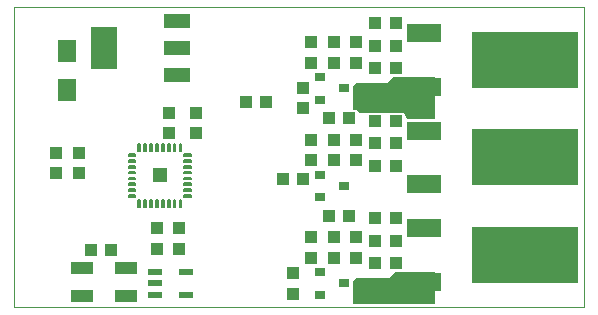
<source format=gtp>
G75*
G70*
%OFA0B0*%
%FSLAX24Y24*%
%IPPOS*%
%LPD*%
%AMOC8*
5,1,8,0,0,1.08239X$1,22.5*
%
%ADD10C,0.0000*%
%ADD11C,0.0001*%
%ADD12R,0.1330X0.1900*%
%ADD13R,0.1181X0.0630*%
%ADD14R,0.2250X0.1900*%
%ADD15R,0.0354X0.0315*%
%ADD16R,0.0433X0.0394*%
%ADD17R,0.0394X0.0433*%
%ADD18C,0.0059*%
%ADD19R,0.0500X0.0500*%
%ADD20R,0.0748X0.0433*%
%ADD21R,0.0880X0.0480*%
%ADD22R,0.0866X0.1417*%
%ADD23R,0.0630X0.0748*%
%ADD24R,0.0472X0.0217*%
D10*
X000140Y000450D02*
X000140Y010450D01*
X019140Y010450D01*
X019140Y000450D01*
X000140Y000450D01*
X011440Y000600D02*
X014115Y000600D01*
X014115Y001625D01*
X012840Y001625D01*
X012640Y001425D01*
X011540Y001425D01*
X011440Y001325D01*
X011440Y000600D01*
X017674Y002200D02*
X017676Y002248D01*
X017682Y002296D01*
X017692Y002343D01*
X017705Y002389D01*
X017723Y002434D01*
X017743Y002478D01*
X017768Y002520D01*
X017796Y002559D01*
X017826Y002596D01*
X017860Y002630D01*
X017897Y002662D01*
X017935Y002691D01*
X017976Y002716D01*
X018019Y002738D01*
X018064Y002756D01*
X018110Y002770D01*
X018157Y002781D01*
X018205Y002788D01*
X018253Y002791D01*
X018301Y002790D01*
X018349Y002785D01*
X018397Y002776D01*
X018443Y002764D01*
X018488Y002747D01*
X018532Y002727D01*
X018574Y002704D01*
X018614Y002677D01*
X018652Y002647D01*
X018687Y002614D01*
X018719Y002578D01*
X018749Y002540D01*
X018775Y002499D01*
X018797Y002456D01*
X018817Y002412D01*
X018832Y002367D01*
X018844Y002320D01*
X018852Y002272D01*
X018856Y002224D01*
X018856Y002176D01*
X018852Y002128D01*
X018844Y002080D01*
X018832Y002033D01*
X018817Y001988D01*
X018797Y001944D01*
X018775Y001901D01*
X018749Y001860D01*
X018719Y001822D01*
X018687Y001786D01*
X018652Y001753D01*
X018614Y001723D01*
X018574Y001696D01*
X018532Y001673D01*
X018488Y001653D01*
X018443Y001636D01*
X018397Y001624D01*
X018349Y001615D01*
X018301Y001610D01*
X018253Y001609D01*
X018205Y001612D01*
X018157Y001619D01*
X018110Y001630D01*
X018064Y001644D01*
X018019Y001662D01*
X017976Y001684D01*
X017935Y001709D01*
X017897Y001738D01*
X017860Y001770D01*
X017826Y001804D01*
X017796Y001841D01*
X017768Y001880D01*
X017743Y001922D01*
X017723Y001966D01*
X017705Y002011D01*
X017692Y002057D01*
X017682Y002104D01*
X017676Y002152D01*
X017674Y002200D01*
X017674Y005450D02*
X017676Y005498D01*
X017682Y005546D01*
X017692Y005593D01*
X017705Y005639D01*
X017723Y005684D01*
X017743Y005728D01*
X017768Y005770D01*
X017796Y005809D01*
X017826Y005846D01*
X017860Y005880D01*
X017897Y005912D01*
X017935Y005941D01*
X017976Y005966D01*
X018019Y005988D01*
X018064Y006006D01*
X018110Y006020D01*
X018157Y006031D01*
X018205Y006038D01*
X018253Y006041D01*
X018301Y006040D01*
X018349Y006035D01*
X018397Y006026D01*
X018443Y006014D01*
X018488Y005997D01*
X018532Y005977D01*
X018574Y005954D01*
X018614Y005927D01*
X018652Y005897D01*
X018687Y005864D01*
X018719Y005828D01*
X018749Y005790D01*
X018775Y005749D01*
X018797Y005706D01*
X018817Y005662D01*
X018832Y005617D01*
X018844Y005570D01*
X018852Y005522D01*
X018856Y005474D01*
X018856Y005426D01*
X018852Y005378D01*
X018844Y005330D01*
X018832Y005283D01*
X018817Y005238D01*
X018797Y005194D01*
X018775Y005151D01*
X018749Y005110D01*
X018719Y005072D01*
X018687Y005036D01*
X018652Y005003D01*
X018614Y004973D01*
X018574Y004946D01*
X018532Y004923D01*
X018488Y004903D01*
X018443Y004886D01*
X018397Y004874D01*
X018349Y004865D01*
X018301Y004860D01*
X018253Y004859D01*
X018205Y004862D01*
X018157Y004869D01*
X018110Y004880D01*
X018064Y004894D01*
X018019Y004912D01*
X017976Y004934D01*
X017935Y004959D01*
X017897Y004988D01*
X017860Y005020D01*
X017826Y005054D01*
X017796Y005091D01*
X017768Y005130D01*
X017743Y005172D01*
X017723Y005216D01*
X017705Y005261D01*
X017692Y005307D01*
X017682Y005354D01*
X017676Y005402D01*
X017674Y005450D01*
X014115Y006775D02*
X013240Y006775D01*
X013140Y006975D01*
X011640Y006975D01*
X011565Y007050D01*
X011440Y007050D01*
X011440Y007825D01*
X011540Y007925D01*
X012565Y007925D01*
X012765Y008125D01*
X014115Y008125D01*
X014115Y006775D01*
X014115Y008125D01*
X012790Y008125D01*
X012590Y007925D01*
X011540Y007925D01*
X011440Y007825D01*
X011440Y007050D01*
X011565Y007050D01*
X011640Y006975D01*
X013140Y006975D01*
X013240Y006775D01*
X014115Y006775D01*
X017674Y008700D02*
X017676Y008748D01*
X017682Y008796D01*
X017692Y008843D01*
X017705Y008889D01*
X017723Y008934D01*
X017743Y008978D01*
X017768Y009020D01*
X017796Y009059D01*
X017826Y009096D01*
X017860Y009130D01*
X017897Y009162D01*
X017935Y009191D01*
X017976Y009216D01*
X018019Y009238D01*
X018064Y009256D01*
X018110Y009270D01*
X018157Y009281D01*
X018205Y009288D01*
X018253Y009291D01*
X018301Y009290D01*
X018349Y009285D01*
X018397Y009276D01*
X018443Y009264D01*
X018488Y009247D01*
X018532Y009227D01*
X018574Y009204D01*
X018614Y009177D01*
X018652Y009147D01*
X018687Y009114D01*
X018719Y009078D01*
X018749Y009040D01*
X018775Y008999D01*
X018797Y008956D01*
X018817Y008912D01*
X018832Y008867D01*
X018844Y008820D01*
X018852Y008772D01*
X018856Y008724D01*
X018856Y008676D01*
X018852Y008628D01*
X018844Y008580D01*
X018832Y008533D01*
X018817Y008488D01*
X018797Y008444D01*
X018775Y008401D01*
X018749Y008360D01*
X018719Y008322D01*
X018687Y008286D01*
X018652Y008253D01*
X018614Y008223D01*
X018574Y008196D01*
X018532Y008173D01*
X018488Y008153D01*
X018443Y008136D01*
X018397Y008124D01*
X018349Y008115D01*
X018301Y008110D01*
X018253Y008109D01*
X018205Y008112D01*
X018157Y008119D01*
X018110Y008130D01*
X018064Y008144D01*
X018019Y008162D01*
X017976Y008184D01*
X017935Y008209D01*
X017897Y008238D01*
X017860Y008270D01*
X017826Y008304D01*
X017796Y008341D01*
X017768Y008380D01*
X017743Y008422D01*
X017723Y008466D01*
X017705Y008511D01*
X017692Y008557D01*
X017682Y008604D01*
X017676Y008652D01*
X017674Y008700D01*
D11*
X014115Y008124D02*
X012764Y008124D01*
X012763Y008123D02*
X014115Y008123D01*
X012788Y008123D01*
X012787Y008122D02*
X014115Y008122D01*
X012762Y008122D01*
X012761Y008121D02*
X014115Y008121D01*
X012786Y008121D01*
X012785Y008120D02*
X014115Y008120D01*
X012760Y008120D01*
X012759Y008119D02*
X014115Y008119D01*
X012784Y008119D01*
X012783Y008118D02*
X014115Y008118D01*
X012758Y008118D01*
X012757Y008117D02*
X014115Y008117D01*
X012782Y008117D01*
X012781Y008116D02*
X014115Y008116D01*
X012756Y008116D01*
X012755Y008115D02*
X014115Y008115D01*
X012780Y008115D01*
X012779Y008114D02*
X014115Y008114D01*
X012754Y008114D01*
X012753Y008113D02*
X014115Y008113D01*
X012778Y008113D01*
X012777Y008112D02*
X014115Y008112D01*
X012752Y008112D01*
X012751Y008111D02*
X014115Y008111D01*
X012776Y008111D01*
X012775Y008110D02*
X014115Y008110D01*
X012750Y008110D01*
X012749Y008109D02*
X014115Y008109D01*
X012774Y008109D01*
X012773Y008108D02*
X014115Y008108D01*
X012748Y008108D01*
X012747Y008107D02*
X014115Y008107D01*
X012772Y008107D01*
X012771Y008106D02*
X014115Y008106D01*
X012746Y008106D01*
X012745Y008105D02*
X014115Y008105D01*
X012770Y008105D01*
X012769Y008104D02*
X014115Y008104D01*
X012744Y008104D01*
X012743Y008103D02*
X014115Y008103D01*
X012768Y008103D01*
X012767Y008102D02*
X014115Y008102D01*
X012742Y008102D01*
X012741Y008101D02*
X014115Y008101D01*
X012766Y008101D01*
X012765Y008100D02*
X014115Y008100D01*
X012740Y008100D01*
X012739Y008099D02*
X014115Y008099D01*
X012764Y008099D01*
X012763Y008098D02*
X014115Y008098D01*
X012738Y008098D01*
X012737Y008097D02*
X014115Y008097D01*
X012762Y008097D01*
X012761Y008096D02*
X014115Y008096D01*
X012736Y008096D01*
X012735Y008095D02*
X014115Y008095D01*
X012760Y008095D01*
X012759Y008094D02*
X014115Y008094D01*
X012734Y008094D01*
X012733Y008093D02*
X014115Y008093D01*
X012758Y008093D01*
X012757Y008092D02*
X014115Y008092D01*
X012732Y008092D01*
X012731Y008091D02*
X014115Y008091D01*
X012756Y008091D01*
X012755Y008090D02*
X014115Y008090D01*
X012730Y008090D01*
X012729Y008089D02*
X014115Y008089D01*
X012754Y008089D01*
X012753Y008088D02*
X014115Y008088D01*
X012728Y008088D01*
X012727Y008087D02*
X014115Y008087D01*
X012752Y008087D01*
X012751Y008086D02*
X014115Y008086D01*
X012726Y008086D01*
X012725Y008085D02*
X014115Y008085D01*
X012750Y008085D01*
X012749Y008084D02*
X014115Y008084D01*
X012724Y008084D01*
X012723Y008083D02*
X014115Y008083D01*
X012748Y008083D01*
X012747Y008082D02*
X014115Y008082D01*
X012722Y008082D01*
X012721Y008081D02*
X014115Y008081D01*
X012746Y008081D01*
X012745Y008080D02*
X014115Y008080D01*
X012720Y008080D01*
X012719Y008079D02*
X014115Y008079D01*
X012744Y008079D01*
X012743Y008078D02*
X014115Y008078D01*
X012718Y008078D01*
X012717Y008077D02*
X014115Y008077D01*
X012742Y008077D01*
X012741Y008076D02*
X014115Y008076D01*
X012716Y008076D01*
X012715Y008075D02*
X014115Y008075D01*
X012740Y008075D01*
X012739Y008074D02*
X014115Y008074D01*
X012714Y008074D01*
X012713Y008073D02*
X014115Y008073D01*
X012738Y008073D01*
X012737Y008072D02*
X014115Y008072D01*
X012712Y008072D01*
X012711Y008071D02*
X014115Y008071D01*
X012736Y008071D01*
X012735Y008070D02*
X014115Y008070D01*
X012710Y008070D01*
X012709Y008069D02*
X014115Y008069D01*
X012734Y008069D01*
X012733Y008068D02*
X014115Y008068D01*
X012708Y008068D01*
X012707Y008067D02*
X014115Y008067D01*
X012732Y008067D01*
X012731Y008066D02*
X014115Y008066D01*
X012706Y008066D01*
X012705Y008065D02*
X014115Y008065D01*
X012730Y008065D01*
X012729Y008064D02*
X014115Y008064D01*
X012704Y008064D01*
X012703Y008063D02*
X014115Y008063D01*
X012703Y008063D01*
X012702Y008062D02*
X014115Y008062D01*
X014115Y008063D02*
X012728Y008063D01*
X014115Y008063D01*
X014115Y008062D02*
X012727Y008062D01*
X012726Y008061D02*
X014115Y008061D01*
X012701Y008061D01*
X012700Y008060D02*
X014115Y008060D01*
X012725Y008060D01*
X012724Y008059D02*
X014115Y008059D01*
X012699Y008059D01*
X012698Y008058D02*
X014115Y008058D01*
X012723Y008058D01*
X012722Y008057D02*
X014115Y008057D01*
X012697Y008057D01*
X012696Y008056D02*
X014115Y008056D01*
X012721Y008056D01*
X012720Y008055D02*
X014115Y008055D01*
X012695Y008055D01*
X012694Y008054D02*
X014115Y008054D01*
X012719Y008054D01*
X012718Y008053D02*
X014115Y008053D01*
X012693Y008053D01*
X012692Y008052D02*
X014115Y008052D01*
X012717Y008052D01*
X012716Y008051D02*
X014115Y008051D01*
X012691Y008051D01*
X012690Y008050D02*
X014115Y008050D01*
X012715Y008050D01*
X012714Y008049D02*
X014115Y008049D01*
X012689Y008049D01*
X012688Y008048D02*
X014115Y008048D01*
X012713Y008048D01*
X012712Y008047D02*
X014115Y008047D01*
X012687Y008047D01*
X012686Y008046D02*
X014115Y008046D01*
X012711Y008046D01*
X012710Y008045D02*
X014115Y008045D01*
X012685Y008045D01*
X012684Y008044D02*
X014115Y008044D01*
X012709Y008044D01*
X012708Y008043D02*
X014115Y008043D01*
X012683Y008043D01*
X012682Y008042D02*
X014115Y008042D01*
X012707Y008042D01*
X012706Y008041D02*
X014115Y008041D01*
X012681Y008041D01*
X012680Y008040D02*
X014115Y008040D01*
X012705Y008040D01*
X012704Y008039D02*
X014115Y008039D01*
X012679Y008039D01*
X012678Y008038D02*
X014115Y008038D01*
X012703Y008038D01*
X012702Y008037D02*
X014115Y008037D01*
X012677Y008037D01*
X012676Y008036D02*
X014115Y008036D01*
X012701Y008036D01*
X012700Y008035D02*
X014115Y008035D01*
X012675Y008035D01*
X012674Y008034D02*
X014115Y008034D01*
X012699Y008034D01*
X012698Y008033D02*
X014115Y008033D01*
X012673Y008033D01*
X012672Y008032D02*
X014115Y008032D01*
X012697Y008032D01*
X012696Y008031D02*
X014115Y008031D01*
X012671Y008031D01*
X012670Y008030D02*
X014115Y008030D01*
X012695Y008030D01*
X012694Y008029D02*
X014115Y008029D01*
X012669Y008029D01*
X012668Y008028D02*
X014115Y008028D01*
X012693Y008028D01*
X012692Y008027D02*
X014115Y008027D01*
X012667Y008027D01*
X012666Y008026D02*
X014115Y008026D01*
X012691Y008026D01*
X012690Y008025D02*
X014115Y008025D01*
X012665Y008025D01*
X012664Y008024D02*
X014115Y008024D01*
X012689Y008024D01*
X012688Y008023D02*
X014115Y008023D01*
X012663Y008023D01*
X012662Y008022D02*
X014115Y008022D01*
X012687Y008022D01*
X012686Y008021D02*
X014115Y008021D01*
X012661Y008021D01*
X012660Y008020D02*
X014115Y008020D01*
X012685Y008020D01*
X012684Y008019D02*
X014115Y008019D01*
X012659Y008019D01*
X012658Y008018D02*
X014115Y008018D01*
X012683Y008018D01*
X012682Y008017D02*
X014115Y008017D01*
X012657Y008017D01*
X012656Y008016D02*
X014115Y008016D01*
X012681Y008016D01*
X012680Y008015D02*
X014115Y008015D01*
X012655Y008015D01*
X012654Y008014D02*
X014115Y008014D01*
X012679Y008014D01*
X012678Y008013D02*
X014115Y008013D01*
X012653Y008013D01*
X012652Y008012D02*
X014115Y008012D01*
X012677Y008012D01*
X012676Y008011D02*
X014115Y008011D01*
X012651Y008011D01*
X012650Y008010D02*
X014115Y008010D01*
X012675Y008010D01*
X012674Y008009D02*
X014115Y008009D01*
X012649Y008009D01*
X012648Y008008D02*
X014115Y008008D01*
X012673Y008008D01*
X012672Y008007D02*
X014115Y008007D01*
X012647Y008007D01*
X012646Y008006D02*
X014115Y008006D01*
X012671Y008006D01*
X012670Y008005D02*
X014115Y008005D01*
X012645Y008005D01*
X012644Y008004D02*
X014115Y008004D01*
X012669Y008004D01*
X012668Y008003D02*
X014115Y008003D01*
X012643Y008003D01*
X012642Y008002D02*
X014115Y008002D01*
X012667Y008002D01*
X012666Y008001D02*
X014115Y008001D01*
X012641Y008001D01*
X012640Y008000D02*
X014115Y008000D01*
X012665Y008000D01*
X012664Y007999D02*
X014115Y007999D01*
X012639Y007999D01*
X012638Y007998D02*
X014115Y007998D01*
X012663Y007998D01*
X012662Y007997D02*
X014115Y007997D01*
X012637Y007997D01*
X012636Y007996D02*
X014115Y007996D01*
X012661Y007996D01*
X012660Y007995D02*
X014115Y007995D01*
X012635Y007995D01*
X012634Y007994D02*
X014115Y007994D01*
X012659Y007994D01*
X012658Y007993D02*
X014115Y007993D01*
X012633Y007993D01*
X012632Y007992D02*
X014115Y007992D01*
X012657Y007992D01*
X012656Y007991D02*
X014115Y007991D01*
X012631Y007991D01*
X012630Y007990D02*
X014115Y007990D01*
X012655Y007990D01*
X012654Y007989D02*
X014115Y007989D01*
X012629Y007989D01*
X012628Y007988D02*
X014115Y007988D01*
X012653Y007988D01*
X012652Y007987D02*
X014115Y007987D01*
X012627Y007987D01*
X012626Y007986D02*
X014115Y007986D01*
X012651Y007986D01*
X012650Y007985D02*
X014115Y007985D01*
X012625Y007985D01*
X012624Y007984D02*
X014115Y007984D01*
X012649Y007984D01*
X012648Y007983D02*
X014115Y007983D01*
X012623Y007983D01*
X012622Y007982D02*
X014115Y007982D01*
X012647Y007982D01*
X012646Y007981D02*
X014115Y007981D01*
X012621Y007981D01*
X012620Y007980D02*
X014115Y007980D01*
X012645Y007980D01*
X012644Y007979D02*
X014115Y007979D01*
X012619Y007979D01*
X012618Y007978D02*
X014115Y007978D01*
X012643Y007978D01*
X012642Y007977D02*
X014115Y007977D01*
X012617Y007977D01*
X012616Y007976D02*
X014115Y007976D01*
X012641Y007976D01*
X012640Y007975D02*
X014115Y007975D01*
X012615Y007975D01*
X012614Y007974D02*
X014115Y007974D01*
X012639Y007974D01*
X012638Y007973D02*
X014115Y007973D01*
X012613Y007973D01*
X012612Y007972D02*
X014115Y007972D01*
X012637Y007972D01*
X012636Y007971D02*
X014115Y007971D01*
X012611Y007971D01*
X012610Y007970D02*
X014115Y007970D01*
X012635Y007970D01*
X012634Y007969D02*
X014115Y007969D01*
X012609Y007969D01*
X012608Y007968D02*
X014115Y007968D01*
X012633Y007968D01*
X012632Y007967D02*
X014115Y007967D01*
X012607Y007967D01*
X012606Y007966D02*
X014115Y007966D01*
X012631Y007966D01*
X012630Y007965D02*
X014115Y007965D01*
X012605Y007965D01*
X012604Y007964D02*
X014115Y007964D01*
X012629Y007964D01*
X012628Y007963D02*
X014115Y007963D01*
X012603Y007963D01*
X012602Y007962D02*
X014115Y007962D01*
X012627Y007962D01*
X012626Y007961D02*
X014115Y007961D01*
X012601Y007961D01*
X012600Y007960D02*
X014115Y007960D01*
X012625Y007960D01*
X012624Y007959D02*
X014115Y007959D01*
X012599Y007959D01*
X012598Y007958D02*
X014115Y007958D01*
X012623Y007958D01*
X012622Y007957D02*
X014115Y007957D01*
X012597Y007957D01*
X012596Y007956D02*
X014115Y007956D01*
X012621Y007956D01*
X012620Y007955D02*
X014115Y007955D01*
X012595Y007955D01*
X012594Y007954D02*
X014115Y007954D01*
X012619Y007954D01*
X012618Y007953D02*
X014115Y007953D01*
X012593Y007953D01*
X012592Y007952D02*
X014115Y007952D01*
X012617Y007952D01*
X012616Y007951D02*
X014115Y007951D01*
X012591Y007951D01*
X012590Y007950D02*
X014115Y007950D01*
X012615Y007950D01*
X012614Y007949D02*
X014115Y007949D01*
X012589Y007949D01*
X012588Y007948D02*
X014115Y007948D01*
X012613Y007948D01*
X012612Y007947D02*
X014115Y007947D01*
X012587Y007947D01*
X012586Y007946D02*
X014115Y007946D01*
X012611Y007946D01*
X012610Y007945D02*
X014115Y007945D01*
X012585Y007945D01*
X012584Y007944D02*
X014115Y007944D01*
X012609Y007944D01*
X012608Y007943D02*
X014115Y007943D01*
X012583Y007943D01*
X012582Y007942D02*
X014115Y007942D01*
X012607Y007942D01*
X012606Y007941D02*
X014115Y007941D01*
X012581Y007941D01*
X012580Y007940D02*
X014115Y007940D01*
X012605Y007940D01*
X012604Y007939D02*
X014115Y007939D01*
X012579Y007939D01*
X012578Y007938D02*
X014115Y007938D01*
X012603Y007938D01*
X012602Y007937D02*
X014115Y007937D01*
X012577Y007937D01*
X012576Y007936D02*
X014115Y007936D01*
X012601Y007936D01*
X012600Y007935D02*
X014115Y007935D01*
X012575Y007935D01*
X012574Y007934D02*
X014115Y007934D01*
X012599Y007934D01*
X012598Y007933D02*
X014115Y007933D01*
X012573Y007933D01*
X012572Y007932D02*
X014115Y007932D01*
X012597Y007932D01*
X012596Y007931D02*
X014115Y007931D01*
X012571Y007931D01*
X012570Y007930D02*
X014115Y007930D01*
X012595Y007930D01*
X012594Y007929D02*
X014115Y007929D01*
X012569Y007929D01*
X012568Y007928D02*
X014115Y007928D01*
X012593Y007928D01*
X012592Y007927D02*
X014115Y007927D01*
X012567Y007927D01*
X012566Y007926D02*
X014115Y007926D01*
X012591Y007926D01*
X012789Y008124D02*
X014115Y008124D01*
X014115Y007925D02*
X011540Y007925D01*
X014115Y007925D01*
X014115Y007924D02*
X011539Y007924D01*
X014115Y007924D01*
X014115Y007923D02*
X011538Y007923D01*
X014115Y007923D01*
X014115Y007922D02*
X011537Y007922D01*
X014115Y007922D01*
X014115Y007921D02*
X011536Y007921D01*
X014115Y007921D01*
X014115Y007920D02*
X011535Y007920D01*
X014115Y007920D01*
X014115Y007919D02*
X011534Y007919D01*
X014115Y007919D01*
X014115Y007918D02*
X011533Y007918D01*
X014115Y007918D01*
X014115Y007917D02*
X011532Y007917D01*
X014115Y007917D01*
X014115Y007916D02*
X011531Y007916D01*
X014115Y007916D01*
X014115Y007915D02*
X011530Y007915D01*
X014115Y007915D01*
X014115Y007914D02*
X011529Y007914D01*
X014115Y007914D01*
X014115Y007913D02*
X011528Y007913D01*
X014115Y007913D01*
X014115Y007912D02*
X011527Y007912D01*
X014115Y007912D01*
X014115Y007911D02*
X011526Y007911D01*
X014115Y007911D01*
X014115Y007910D02*
X011525Y007910D01*
X014115Y007910D01*
X014115Y007909D02*
X011524Y007909D01*
X014115Y007909D01*
X014115Y007908D02*
X011523Y007908D01*
X014115Y007908D01*
X014115Y007907D02*
X011522Y007907D01*
X014115Y007907D01*
X014115Y007906D02*
X011521Y007906D01*
X014115Y007906D01*
X014115Y007905D02*
X011520Y007905D01*
X014115Y007905D01*
X014115Y007904D02*
X011519Y007904D01*
X014115Y007904D01*
X014115Y007903D02*
X011518Y007903D01*
X014115Y007903D01*
X014115Y007902D02*
X011517Y007902D01*
X014115Y007902D01*
X014115Y007901D02*
X011516Y007901D01*
X014115Y007901D01*
X014115Y007900D02*
X011515Y007900D01*
X014115Y007900D01*
X014115Y007899D02*
X011514Y007899D01*
X014115Y007899D01*
X014115Y007898D02*
X011513Y007898D01*
X014115Y007898D01*
X014115Y007897D02*
X011512Y007897D01*
X014115Y007897D01*
X014115Y007896D02*
X011511Y007896D01*
X014115Y007896D01*
X014115Y007895D02*
X011510Y007895D01*
X014115Y007895D01*
X014115Y007894D02*
X011509Y007894D01*
X014115Y007894D01*
X014115Y007893D02*
X011508Y007893D01*
X014115Y007893D01*
X014115Y007892D02*
X011507Y007892D01*
X014115Y007892D01*
X014115Y007891D02*
X011506Y007891D01*
X014115Y007891D01*
X014115Y007890D02*
X011505Y007890D01*
X014115Y007890D01*
X014115Y007889D02*
X011504Y007889D01*
X014115Y007889D01*
X014115Y007888D02*
X011503Y007888D01*
X014115Y007888D01*
X014115Y007887D02*
X011502Y007887D01*
X014115Y007887D01*
X014115Y007886D02*
X011501Y007886D01*
X014115Y007886D01*
X014115Y007885D02*
X011500Y007885D01*
X014115Y007885D01*
X014115Y007884D02*
X011499Y007884D01*
X014115Y007884D01*
X014115Y007883D02*
X011498Y007883D01*
X014115Y007883D01*
X014115Y007882D02*
X011497Y007882D01*
X014115Y007882D01*
X014115Y007881D02*
X011496Y007881D01*
X014115Y007881D01*
X014115Y007880D02*
X011495Y007880D01*
X014115Y007880D01*
X014115Y007879D02*
X011494Y007879D01*
X014115Y007879D01*
X014115Y007878D02*
X011493Y007878D01*
X014115Y007878D01*
X014115Y007877D02*
X011492Y007877D01*
X014115Y007877D01*
X014115Y007876D02*
X011491Y007876D01*
X014115Y007876D01*
X014115Y007875D02*
X011490Y007875D01*
X014115Y007875D01*
X014115Y007874D02*
X011489Y007874D01*
X014115Y007874D01*
X014115Y007873D02*
X011488Y007873D01*
X014115Y007873D01*
X014115Y007872D02*
X011487Y007872D01*
X014115Y007872D01*
X014115Y007871D02*
X011486Y007871D01*
X014115Y007871D01*
X014115Y007870D02*
X011485Y007870D01*
X014115Y007870D01*
X014115Y007869D02*
X011484Y007869D01*
X014115Y007869D01*
X014115Y007868D02*
X011483Y007868D01*
X014115Y007868D01*
X014115Y007867D02*
X011482Y007867D01*
X014115Y007867D01*
X014115Y007866D02*
X011481Y007866D01*
X014115Y007866D01*
X014115Y007865D02*
X011480Y007865D01*
X014115Y007865D01*
X014115Y007864D02*
X011479Y007864D01*
X014115Y007864D01*
X014115Y007863D02*
X011478Y007863D01*
X014115Y007863D01*
X014115Y007862D02*
X011477Y007862D01*
X014115Y007862D01*
X014115Y007861D02*
X011476Y007861D01*
X014115Y007861D01*
X014115Y007860D02*
X011475Y007860D01*
X014115Y007860D01*
X014115Y007859D02*
X011474Y007859D01*
X014115Y007859D01*
X014115Y007858D02*
X011473Y007858D01*
X014115Y007858D01*
X014115Y007857D02*
X011472Y007857D01*
X014115Y007857D01*
X014115Y007856D02*
X011471Y007856D01*
X014115Y007856D01*
X014115Y007855D02*
X011470Y007855D01*
X014115Y007855D01*
X014115Y007854D02*
X011469Y007854D01*
X014115Y007854D01*
X014115Y007853D02*
X011468Y007853D01*
X014115Y007853D01*
X014115Y007852D02*
X011467Y007852D01*
X014115Y007852D01*
X014115Y007851D02*
X011466Y007851D01*
X014115Y007851D01*
X014115Y007850D02*
X011465Y007850D01*
X014115Y007850D01*
X014115Y007849D02*
X011464Y007849D01*
X014115Y007849D01*
X014115Y007848D02*
X011463Y007848D01*
X014115Y007848D01*
X014115Y007847D02*
X011462Y007847D01*
X014115Y007847D01*
X014115Y007846D02*
X011461Y007846D01*
X014115Y007846D01*
X014115Y007845D02*
X011460Y007845D01*
X014115Y007845D01*
X014115Y007844D02*
X011459Y007844D01*
X014115Y007844D01*
X014115Y007843D02*
X011458Y007843D01*
X014115Y007843D01*
X014115Y007842D02*
X011457Y007842D01*
X014115Y007842D01*
X014115Y007841D02*
X011456Y007841D01*
X014115Y007841D01*
X014115Y007840D02*
X011455Y007840D01*
X014115Y007840D01*
X014115Y007839D02*
X011454Y007839D01*
X014115Y007839D01*
X014115Y007838D02*
X011453Y007838D01*
X014115Y007838D01*
X014115Y007837D02*
X011452Y007837D01*
X014115Y007837D01*
X014115Y007836D02*
X011451Y007836D01*
X014115Y007836D01*
X014115Y007835D02*
X011450Y007835D01*
X014115Y007835D01*
X014115Y007834D02*
X011449Y007834D01*
X014115Y007834D01*
X014115Y007833D02*
X011448Y007833D01*
X014115Y007833D01*
X014115Y007832D02*
X011447Y007832D01*
X014115Y007832D01*
X014115Y007831D02*
X011446Y007831D01*
X014115Y007831D01*
X014115Y007830D02*
X011445Y007830D01*
X014115Y007830D01*
X014115Y007829D02*
X011444Y007829D01*
X014115Y007829D01*
X014115Y007828D02*
X011443Y007828D01*
X014115Y007828D01*
X014115Y007827D02*
X011442Y007827D01*
X014115Y007827D01*
X014115Y007826D02*
X011441Y007826D01*
X014115Y007826D01*
X014115Y007825D02*
X011440Y007825D01*
X014115Y007825D01*
X014115Y007824D02*
X011440Y007824D01*
X014115Y007824D01*
X014115Y007823D02*
X011440Y007823D01*
X014115Y007823D01*
X014115Y007822D02*
X011440Y007822D01*
X014115Y007822D01*
X014115Y007821D02*
X011440Y007821D01*
X014115Y007821D01*
X014115Y007820D02*
X011440Y007820D01*
X014115Y007820D01*
X014115Y007819D02*
X011440Y007819D01*
X014115Y007819D01*
X014115Y007818D02*
X011440Y007818D01*
X014115Y007818D01*
X014115Y007817D02*
X011440Y007817D01*
X014115Y007817D01*
X014115Y007816D02*
X011440Y007816D01*
X014115Y007816D01*
X014115Y007815D02*
X011440Y007815D01*
X014115Y007815D01*
X014115Y007814D02*
X011440Y007814D01*
X014115Y007814D01*
X014115Y007813D02*
X011440Y007813D01*
X014115Y007813D01*
X014115Y007812D02*
X011440Y007812D01*
X014115Y007812D01*
X014115Y007811D02*
X011440Y007811D01*
X014115Y007811D01*
X014115Y007810D02*
X011440Y007810D01*
X014115Y007810D01*
X014115Y007809D02*
X011440Y007809D01*
X014115Y007809D01*
X014115Y007808D02*
X011440Y007808D01*
X014115Y007808D01*
X014115Y007807D02*
X011440Y007807D01*
X014115Y007807D01*
X014115Y007806D02*
X011440Y007806D01*
X014115Y007806D01*
X014115Y007805D02*
X011440Y007805D01*
X014115Y007805D01*
X014115Y007804D02*
X011440Y007804D01*
X014115Y007804D01*
X014115Y007803D02*
X011440Y007803D01*
X014115Y007803D01*
X014115Y007802D02*
X011440Y007802D01*
X014115Y007802D01*
X014115Y007801D02*
X011440Y007801D01*
X014115Y007801D01*
X014115Y007800D02*
X011440Y007800D01*
X014115Y007800D01*
X014115Y007799D02*
X011440Y007799D01*
X014115Y007799D01*
X014115Y007798D02*
X011440Y007798D01*
X014115Y007798D01*
X014115Y007797D02*
X011440Y007797D01*
X014115Y007797D01*
X014115Y007796D02*
X011440Y007796D01*
X014115Y007796D01*
X014115Y007795D02*
X011440Y007795D01*
X014115Y007795D01*
X014115Y007794D02*
X011440Y007794D01*
X014115Y007794D01*
X014115Y007793D02*
X011440Y007793D01*
X014115Y007793D01*
X014115Y007792D02*
X011440Y007792D01*
X014115Y007792D01*
X014115Y007791D02*
X011440Y007791D01*
X014115Y007791D01*
X014115Y007790D02*
X011440Y007790D01*
X014115Y007790D01*
X014115Y007789D02*
X011440Y007789D01*
X014115Y007789D01*
X014115Y007788D02*
X011440Y007788D01*
X014115Y007788D01*
X014115Y007787D02*
X011440Y007787D01*
X014115Y007787D01*
X014115Y007786D02*
X011440Y007786D01*
X014115Y007786D01*
X014115Y007785D02*
X011440Y007785D01*
X014115Y007785D01*
X014115Y007784D02*
X011440Y007784D01*
X014115Y007784D01*
X014115Y007783D02*
X011440Y007783D01*
X014115Y007783D01*
X014115Y007782D02*
X011440Y007782D01*
X014115Y007782D01*
X014115Y007781D02*
X011440Y007781D01*
X014115Y007781D01*
X014115Y007780D02*
X011440Y007780D01*
X014115Y007780D01*
X014115Y007779D02*
X011440Y007779D01*
X014115Y007779D01*
X014115Y007778D02*
X011440Y007778D01*
X014115Y007778D01*
X014115Y007777D02*
X011440Y007777D01*
X014115Y007777D01*
X014115Y007776D02*
X011440Y007776D01*
X014115Y007776D01*
X014115Y007775D02*
X011440Y007775D01*
X014115Y007775D01*
X014115Y007774D02*
X011440Y007774D01*
X014115Y007774D01*
X014115Y007773D02*
X011440Y007773D01*
X014115Y007773D01*
X014115Y007772D02*
X011440Y007772D01*
X014115Y007772D01*
X014115Y007771D02*
X011440Y007771D01*
X014115Y007771D01*
X014115Y007770D02*
X011440Y007770D01*
X014115Y007770D01*
X014115Y007769D02*
X011440Y007769D01*
X014115Y007769D01*
X014115Y007768D02*
X011440Y007768D01*
X014115Y007768D01*
X014115Y007767D02*
X011440Y007767D01*
X014115Y007767D01*
X014115Y007766D02*
X011440Y007766D01*
X014115Y007766D01*
X014115Y007765D02*
X011440Y007765D01*
X014115Y007765D01*
X014115Y007764D02*
X011440Y007764D01*
X014115Y007764D01*
X014115Y007763D02*
X011440Y007763D01*
X014115Y007763D01*
X014115Y007762D02*
X011440Y007762D01*
X014115Y007762D01*
X014115Y007761D02*
X011440Y007761D01*
X014115Y007761D01*
X014115Y007760D02*
X011440Y007760D01*
X014115Y007760D01*
X014115Y007759D02*
X011440Y007759D01*
X014115Y007759D01*
X014115Y007758D02*
X011440Y007758D01*
X014115Y007758D01*
X014115Y007757D02*
X011440Y007757D01*
X014115Y007757D01*
X014115Y007756D02*
X011440Y007756D01*
X014115Y007756D01*
X014115Y007755D02*
X011440Y007755D01*
X014115Y007755D01*
X014115Y007754D02*
X011440Y007754D01*
X014115Y007754D01*
X014115Y007753D02*
X011440Y007753D01*
X014115Y007753D01*
X014115Y007752D02*
X011440Y007752D01*
X014115Y007752D01*
X014115Y007751D02*
X011440Y007751D01*
X014115Y007751D01*
X014115Y007750D02*
X011440Y007750D01*
X014115Y007750D01*
X014115Y007749D02*
X011440Y007749D01*
X014115Y007749D01*
X014115Y007748D02*
X011440Y007748D01*
X014115Y007748D01*
X014115Y007747D02*
X011440Y007747D01*
X014115Y007747D01*
X014115Y007746D02*
X011440Y007746D01*
X014115Y007746D01*
X014115Y007745D02*
X011440Y007745D01*
X014115Y007745D01*
X014115Y007744D02*
X011440Y007744D01*
X014115Y007744D01*
X014115Y007743D02*
X011440Y007743D01*
X014115Y007743D01*
X014115Y007742D02*
X011440Y007742D01*
X014115Y007742D01*
X014115Y007741D02*
X011440Y007741D01*
X014115Y007741D01*
X014115Y007740D02*
X011440Y007740D01*
X014115Y007740D01*
X014115Y007739D02*
X011440Y007739D01*
X014115Y007739D01*
X014115Y007738D02*
X011440Y007738D01*
X014115Y007738D01*
X014115Y007737D02*
X011440Y007737D01*
X014115Y007737D01*
X014115Y007736D02*
X011440Y007736D01*
X014115Y007736D01*
X014115Y007735D02*
X011440Y007735D01*
X014115Y007735D01*
X014115Y007734D02*
X011440Y007734D01*
X014115Y007734D01*
X014115Y007733D02*
X011440Y007733D01*
X014115Y007733D01*
X014115Y007732D02*
X011440Y007732D01*
X014115Y007732D01*
X014115Y007731D02*
X011440Y007731D01*
X014115Y007731D01*
X014115Y007730D02*
X011440Y007730D01*
X014115Y007730D01*
X014115Y007729D02*
X011440Y007729D01*
X014115Y007729D01*
X014115Y007728D02*
X011440Y007728D01*
X014115Y007728D01*
X014115Y007727D02*
X011440Y007727D01*
X014115Y007727D01*
X014115Y007726D02*
X011440Y007726D01*
X014115Y007726D01*
X014115Y007725D02*
X011440Y007725D01*
X014115Y007725D01*
X014115Y007724D02*
X011440Y007724D01*
X014115Y007724D01*
X014115Y007723D02*
X011440Y007723D01*
X014115Y007723D01*
X014115Y007722D02*
X011440Y007722D01*
X014115Y007722D01*
X014115Y007721D02*
X011440Y007721D01*
X014115Y007721D01*
X014115Y007720D02*
X011440Y007720D01*
X014115Y007720D01*
X014115Y007719D02*
X011440Y007719D01*
X014115Y007719D01*
X014115Y007718D02*
X011440Y007718D01*
X014115Y007718D01*
X014115Y007717D02*
X011440Y007717D01*
X014115Y007717D01*
X014115Y007716D02*
X011440Y007716D01*
X014115Y007716D01*
X014115Y007715D02*
X011440Y007715D01*
X014115Y007715D01*
X014115Y007714D02*
X011440Y007714D01*
X014115Y007714D01*
X014115Y007713D02*
X011440Y007713D01*
X014115Y007713D01*
X014115Y007712D02*
X011440Y007712D01*
X014115Y007712D01*
X014115Y007711D02*
X011440Y007711D01*
X014115Y007711D01*
X014115Y007710D02*
X011440Y007710D01*
X014115Y007710D01*
X014115Y007709D02*
X011440Y007709D01*
X014115Y007709D01*
X014115Y007708D02*
X011440Y007708D01*
X014115Y007708D01*
X014115Y007707D02*
X011440Y007707D01*
X014115Y007707D01*
X014115Y007706D02*
X011440Y007706D01*
X014115Y007706D01*
X014115Y007705D02*
X011440Y007705D01*
X014115Y007705D01*
X014115Y007704D02*
X011440Y007704D01*
X014115Y007704D01*
X014115Y007703D02*
X011440Y007703D01*
X014115Y007703D01*
X014115Y007702D02*
X011440Y007702D01*
X014115Y007702D01*
X014115Y007701D02*
X011440Y007701D01*
X014115Y007701D01*
X014115Y007700D02*
X011440Y007700D01*
X014115Y007700D01*
X014115Y007699D02*
X011440Y007699D01*
X014115Y007699D01*
X014115Y007698D02*
X011440Y007698D01*
X014115Y007698D01*
X014115Y007697D02*
X011440Y007697D01*
X014115Y007697D01*
X014115Y007696D02*
X011440Y007696D01*
X014115Y007696D01*
X014115Y007695D02*
X011440Y007695D01*
X014115Y007695D01*
X014115Y007694D02*
X011440Y007694D01*
X014115Y007694D01*
X014115Y007693D02*
X011440Y007693D01*
X014115Y007693D01*
X014115Y007692D02*
X011440Y007692D01*
X014115Y007692D01*
X014115Y007691D02*
X011440Y007691D01*
X014115Y007691D01*
X014115Y007690D02*
X011440Y007690D01*
X014115Y007690D01*
X014115Y007689D02*
X011440Y007689D01*
X014115Y007689D01*
X014115Y007688D02*
X011440Y007688D01*
X014115Y007688D01*
X014115Y007687D02*
X011440Y007687D01*
X014115Y007687D01*
X014115Y007686D02*
X011440Y007686D01*
X014115Y007686D01*
X014115Y007685D02*
X011440Y007685D01*
X014115Y007685D01*
X014115Y007684D02*
X011440Y007684D01*
X014115Y007684D01*
X014115Y007683D02*
X011440Y007683D01*
X014115Y007683D01*
X014115Y007682D02*
X011440Y007682D01*
X014115Y007682D01*
X014115Y007681D02*
X011440Y007681D01*
X014115Y007681D01*
X014115Y007680D02*
X011440Y007680D01*
X014115Y007680D01*
X014115Y007679D02*
X011440Y007679D01*
X014115Y007679D01*
X014115Y007678D02*
X011440Y007678D01*
X014115Y007678D01*
X014115Y007677D02*
X011440Y007677D01*
X014115Y007677D01*
X014115Y007676D02*
X011440Y007676D01*
X014115Y007676D01*
X014115Y007675D02*
X011440Y007675D01*
X014115Y007675D01*
X014115Y007674D02*
X011440Y007674D01*
X014115Y007674D01*
X014115Y007673D02*
X011440Y007673D01*
X014115Y007673D01*
X014115Y007672D02*
X011440Y007672D01*
X014115Y007672D01*
X014115Y007671D02*
X011440Y007671D01*
X014115Y007671D01*
X014115Y007670D02*
X011440Y007670D01*
X014115Y007670D01*
X014115Y007669D02*
X011440Y007669D01*
X014115Y007669D01*
X014115Y007668D02*
X011440Y007668D01*
X014115Y007668D01*
X014115Y007667D02*
X011440Y007667D01*
X014115Y007667D01*
X014115Y007666D02*
X011440Y007666D01*
X014115Y007666D01*
X014115Y007665D02*
X011440Y007665D01*
X014115Y007665D01*
X014115Y007664D02*
X011440Y007664D01*
X014115Y007664D01*
X014115Y007663D02*
X011440Y007663D01*
X014115Y007663D01*
X014115Y007662D02*
X011440Y007662D01*
X014115Y007662D01*
X014115Y007661D02*
X011440Y007661D01*
X014115Y007661D01*
X014115Y007660D02*
X011440Y007660D01*
X014115Y007660D01*
X014115Y007659D02*
X011440Y007659D01*
X014115Y007659D01*
X014115Y007658D02*
X011440Y007658D01*
X014115Y007658D01*
X014115Y007657D02*
X011440Y007657D01*
X014115Y007657D01*
X014115Y007656D02*
X011440Y007656D01*
X014115Y007656D01*
X014115Y007655D02*
X011440Y007655D01*
X014115Y007655D01*
X014115Y007654D02*
X011440Y007654D01*
X014115Y007654D01*
X014115Y007653D02*
X011440Y007653D01*
X014115Y007653D01*
X014115Y007652D02*
X011440Y007652D01*
X014115Y007652D01*
X014115Y007651D02*
X011440Y007651D01*
X014115Y007651D01*
X014115Y007650D02*
X011440Y007650D01*
X014115Y007650D01*
X014115Y007649D02*
X011440Y007649D01*
X014115Y007649D01*
X014115Y007648D02*
X011440Y007648D01*
X014115Y007648D01*
X014115Y007647D02*
X011440Y007647D01*
X014115Y007647D01*
X014115Y007646D02*
X011440Y007646D01*
X014115Y007646D01*
X014115Y007645D02*
X011440Y007645D01*
X014115Y007645D01*
X014115Y007644D02*
X011440Y007644D01*
X014115Y007644D01*
X014115Y007643D02*
X011440Y007643D01*
X014115Y007643D01*
X014115Y007642D02*
X011440Y007642D01*
X014115Y007642D01*
X014115Y007641D02*
X011440Y007641D01*
X014115Y007641D01*
X014115Y007640D02*
X011440Y007640D01*
X014115Y007640D01*
X014115Y007639D02*
X011440Y007639D01*
X014115Y007639D01*
X014115Y007638D02*
X011440Y007638D01*
X014115Y007638D01*
X014115Y007637D02*
X011440Y007637D01*
X014115Y007637D01*
X014115Y007636D02*
X011440Y007636D01*
X014115Y007636D01*
X014115Y007635D02*
X011440Y007635D01*
X014115Y007635D01*
X014115Y007634D02*
X011440Y007634D01*
X014115Y007634D01*
X014115Y007633D02*
X011440Y007633D01*
X014115Y007633D01*
X014115Y007632D02*
X011440Y007632D01*
X014115Y007632D01*
X014115Y007631D02*
X011440Y007631D01*
X014115Y007631D01*
X014115Y007630D02*
X011440Y007630D01*
X014115Y007630D01*
X014115Y007629D02*
X011440Y007629D01*
X014115Y007629D01*
X014115Y007628D02*
X011440Y007628D01*
X014115Y007628D01*
X014115Y007627D02*
X011440Y007627D01*
X014115Y007627D01*
X014115Y007626D02*
X011440Y007626D01*
X014115Y007626D01*
X014115Y007625D02*
X011440Y007625D01*
X014115Y007625D01*
X014115Y007624D02*
X011440Y007624D01*
X014115Y007624D01*
X014115Y007623D02*
X011440Y007623D01*
X014115Y007623D01*
X014115Y007622D02*
X011440Y007622D01*
X014115Y007622D01*
X014115Y007621D02*
X011440Y007621D01*
X014115Y007621D01*
X014115Y007620D02*
X011440Y007620D01*
X014115Y007620D01*
X014115Y007619D02*
X011440Y007619D01*
X014115Y007619D01*
X014115Y007618D02*
X011440Y007618D01*
X014115Y007618D01*
X014115Y007617D02*
X011440Y007617D01*
X014115Y007617D01*
X014115Y007616D02*
X011440Y007616D01*
X014115Y007616D01*
X014115Y007615D02*
X011440Y007615D01*
X014115Y007615D01*
X014115Y007614D02*
X011440Y007614D01*
X014115Y007614D01*
X014115Y007613D02*
X011440Y007613D01*
X014115Y007613D01*
X014115Y007612D02*
X011440Y007612D01*
X014115Y007612D01*
X014115Y007611D02*
X011440Y007611D01*
X014115Y007611D01*
X014115Y007610D02*
X011440Y007610D01*
X014115Y007610D01*
X014115Y007609D02*
X011440Y007609D01*
X014115Y007609D01*
X014115Y007608D02*
X011440Y007608D01*
X014115Y007608D01*
X014115Y007607D02*
X011440Y007607D01*
X014115Y007607D01*
X014115Y007606D02*
X011440Y007606D01*
X014115Y007606D01*
X014115Y007605D02*
X011440Y007605D01*
X014115Y007605D01*
X014115Y007604D02*
X011440Y007604D01*
X014115Y007604D01*
X014115Y007603D02*
X011440Y007603D01*
X014115Y007603D01*
X014115Y007602D02*
X011440Y007602D01*
X014115Y007602D01*
X014115Y007601D02*
X011440Y007601D01*
X014115Y007601D01*
X014115Y007600D02*
X011440Y007600D01*
X014115Y007600D01*
X014115Y007599D02*
X011440Y007599D01*
X014115Y007599D01*
X014115Y007598D02*
X011440Y007598D01*
X014115Y007598D01*
X014115Y007597D02*
X011440Y007597D01*
X014115Y007597D01*
X014115Y007596D02*
X011440Y007596D01*
X014115Y007596D01*
X014115Y007595D02*
X011440Y007595D01*
X014115Y007595D01*
X014115Y007594D02*
X011440Y007594D01*
X014115Y007594D01*
X014115Y007593D02*
X011440Y007593D01*
X014115Y007593D01*
X014115Y007592D02*
X011440Y007592D01*
X014115Y007592D01*
X014115Y007591D02*
X011440Y007591D01*
X014115Y007591D01*
X014115Y007590D02*
X011440Y007590D01*
X014115Y007590D01*
X014115Y007589D02*
X011440Y007589D01*
X014115Y007589D01*
X014115Y007588D02*
X011440Y007588D01*
X014115Y007588D01*
X014115Y007587D02*
X011440Y007587D01*
X014115Y007587D01*
X014115Y007586D02*
X011440Y007586D01*
X014115Y007586D01*
X014115Y007585D02*
X011440Y007585D01*
X014115Y007585D01*
X014115Y007584D02*
X011440Y007584D01*
X014115Y007584D01*
X014115Y007583D02*
X011440Y007583D01*
X014115Y007583D01*
X014115Y007582D02*
X011440Y007582D01*
X014115Y007582D01*
X014115Y007581D02*
X011440Y007581D01*
X014115Y007581D01*
X014115Y007580D02*
X011440Y007580D01*
X014115Y007580D01*
X014115Y007579D02*
X011440Y007579D01*
X014115Y007579D01*
X014115Y007578D02*
X011440Y007578D01*
X014115Y007578D01*
X014115Y007577D02*
X011440Y007577D01*
X014115Y007577D01*
X014115Y007576D02*
X011440Y007576D01*
X014115Y007576D01*
X014115Y007575D02*
X011440Y007575D01*
X014115Y007575D01*
X014115Y007574D02*
X011440Y007574D01*
X014115Y007574D01*
X014115Y007573D02*
X011440Y007573D01*
X014115Y007573D01*
X014115Y007572D02*
X011440Y007572D01*
X014115Y007572D01*
X014115Y007571D02*
X011440Y007571D01*
X014115Y007571D01*
X014115Y007570D02*
X011440Y007570D01*
X014115Y007570D01*
X014115Y007569D02*
X011440Y007569D01*
X014115Y007569D01*
X014115Y007568D02*
X011440Y007568D01*
X014115Y007568D01*
X014115Y007567D02*
X011440Y007567D01*
X014115Y007567D01*
X014115Y007566D02*
X011440Y007566D01*
X014115Y007566D01*
X014115Y007565D02*
X011440Y007565D01*
X014115Y007565D01*
X014115Y007564D02*
X011440Y007564D01*
X014115Y007564D01*
X014115Y007563D02*
X011440Y007563D01*
X014115Y007563D01*
X014115Y007562D02*
X011440Y007562D01*
X014115Y007562D01*
X014115Y007561D02*
X011440Y007561D01*
X014115Y007561D01*
X014115Y007560D02*
X011440Y007560D01*
X014115Y007560D01*
X014115Y007559D02*
X011440Y007559D01*
X014115Y007559D01*
X014115Y007558D02*
X011440Y007558D01*
X014115Y007558D01*
X014115Y007557D02*
X011440Y007557D01*
X014115Y007557D01*
X014115Y007556D02*
X011440Y007556D01*
X014115Y007556D01*
X014115Y007555D02*
X011440Y007555D01*
X014115Y007555D01*
X014115Y007554D02*
X011440Y007554D01*
X014115Y007554D01*
X014115Y007553D02*
X011440Y007553D01*
X014115Y007553D01*
X014115Y007552D02*
X011440Y007552D01*
X014115Y007552D01*
X014115Y007551D02*
X011440Y007551D01*
X014115Y007551D01*
X014115Y007550D02*
X011440Y007550D01*
X014115Y007550D01*
X014115Y007549D02*
X011440Y007549D01*
X014115Y007549D01*
X014115Y007548D02*
X011440Y007548D01*
X014115Y007548D01*
X014115Y007547D02*
X011440Y007547D01*
X014115Y007547D01*
X014115Y007546D02*
X011440Y007546D01*
X014115Y007546D01*
X014115Y007545D02*
X011440Y007545D01*
X014115Y007545D01*
X014115Y007544D02*
X011440Y007544D01*
X014115Y007544D01*
X014115Y007543D02*
X011440Y007543D01*
X014115Y007543D01*
X014115Y007542D02*
X011440Y007542D01*
X014115Y007542D01*
X014115Y007541D02*
X011440Y007541D01*
X014115Y007541D01*
X014115Y007540D02*
X011440Y007540D01*
X014115Y007540D01*
X014115Y007539D02*
X011440Y007539D01*
X014115Y007539D01*
X014115Y007538D02*
X011440Y007538D01*
X014115Y007538D01*
X014115Y007537D02*
X011440Y007537D01*
X014115Y007537D01*
X014115Y007536D02*
X011440Y007536D01*
X014115Y007536D01*
X014115Y007535D02*
X011440Y007535D01*
X014115Y007535D01*
X014115Y007534D02*
X011440Y007534D01*
X014115Y007534D01*
X014115Y007533D02*
X011440Y007533D01*
X014115Y007533D01*
X014115Y007532D02*
X011440Y007532D01*
X014115Y007532D01*
X014115Y007531D02*
X011440Y007531D01*
X014115Y007531D01*
X014115Y007530D02*
X011440Y007530D01*
X014115Y007530D01*
X014115Y007529D02*
X011440Y007529D01*
X014115Y007529D01*
X014115Y007528D02*
X011440Y007528D01*
X014115Y007528D01*
X014115Y007527D02*
X011440Y007527D01*
X014115Y007527D01*
X014115Y007526D02*
X011440Y007526D01*
X014115Y007526D01*
X014115Y007525D02*
X011440Y007525D01*
X014115Y007525D01*
X014115Y007524D02*
X011440Y007524D01*
X014115Y007524D01*
X014115Y007523D02*
X011440Y007523D01*
X014115Y007523D01*
X014115Y007522D02*
X011440Y007522D01*
X014115Y007522D01*
X014115Y007521D02*
X011440Y007521D01*
X014115Y007521D01*
X014115Y007520D02*
X011440Y007520D01*
X014115Y007520D01*
X014115Y007519D02*
X011440Y007519D01*
X014115Y007519D01*
X014115Y007518D02*
X011440Y007518D01*
X014115Y007518D01*
X014115Y007517D02*
X011440Y007517D01*
X014115Y007517D01*
X014115Y007516D02*
X011440Y007516D01*
X014115Y007516D01*
X014115Y007515D02*
X011440Y007515D01*
X014115Y007515D01*
X014115Y007514D02*
X011440Y007514D01*
X014115Y007514D01*
X014115Y007513D02*
X011440Y007513D01*
X014115Y007513D01*
X014115Y007512D02*
X011440Y007512D01*
X014115Y007512D01*
X014115Y007511D02*
X011440Y007511D01*
X014115Y007511D01*
X014115Y007510D02*
X011440Y007510D01*
X014115Y007510D01*
X014115Y007509D02*
X011440Y007509D01*
X014115Y007509D01*
X014115Y007508D02*
X011440Y007508D01*
X014115Y007508D01*
X014115Y007507D02*
X011440Y007507D01*
X014115Y007507D01*
X014115Y007506D02*
X011440Y007506D01*
X014115Y007506D01*
X014115Y007505D02*
X011440Y007505D01*
X014115Y007505D01*
X014115Y007504D02*
X011440Y007504D01*
X014115Y007504D01*
X014115Y007503D02*
X011440Y007503D01*
X014115Y007503D01*
X014115Y007502D02*
X011440Y007502D01*
X014115Y007502D01*
X014115Y007501D02*
X011440Y007501D01*
X014115Y007501D01*
X014115Y007500D02*
X011440Y007500D01*
X014115Y007500D01*
X014115Y007499D02*
X011440Y007499D01*
X014115Y007499D01*
X014115Y007498D02*
X011440Y007498D01*
X014115Y007498D01*
X014115Y007497D02*
X011440Y007497D01*
X014115Y007497D01*
X014115Y007496D02*
X011440Y007496D01*
X014115Y007496D01*
X014115Y007495D02*
X011440Y007495D01*
X014115Y007495D01*
X014115Y007494D02*
X011440Y007494D01*
X014115Y007494D01*
X014115Y007493D02*
X011440Y007493D01*
X014115Y007493D01*
X014115Y007492D02*
X011440Y007492D01*
X014115Y007492D01*
X014115Y007491D02*
X011440Y007491D01*
X014115Y007491D01*
X014115Y007490D02*
X011440Y007490D01*
X014115Y007490D01*
X014115Y007489D02*
X011440Y007489D01*
X014115Y007489D01*
X014115Y007488D02*
X011440Y007488D01*
X014115Y007488D01*
X014115Y007487D02*
X011440Y007487D01*
X014115Y007487D01*
X014115Y007486D02*
X011440Y007486D01*
X014115Y007486D01*
X014115Y007485D02*
X011440Y007485D01*
X014115Y007485D01*
X014115Y007484D02*
X011440Y007484D01*
X014115Y007484D01*
X014115Y007483D02*
X011440Y007483D01*
X014115Y007483D01*
X014115Y007482D02*
X011440Y007482D01*
X014115Y007482D01*
X014115Y007481D02*
X011440Y007481D01*
X014115Y007481D01*
X014115Y007480D02*
X011440Y007480D01*
X014115Y007480D01*
X014115Y007479D02*
X011440Y007479D01*
X014115Y007479D01*
X014115Y007478D02*
X011440Y007478D01*
X014115Y007478D01*
X014115Y007477D02*
X011440Y007477D01*
X014115Y007477D01*
X014115Y007476D02*
X011440Y007476D01*
X014115Y007476D01*
X014115Y007475D02*
X011440Y007475D01*
X014115Y007475D01*
X014115Y007474D02*
X011440Y007474D01*
X014115Y007474D01*
X014115Y007473D02*
X011440Y007473D01*
X014115Y007473D01*
X014115Y007472D02*
X011440Y007472D01*
X014115Y007472D01*
X014115Y007471D02*
X011440Y007471D01*
X014115Y007471D01*
X014115Y007470D02*
X011440Y007470D01*
X014115Y007470D01*
X014115Y007469D02*
X011440Y007469D01*
X014115Y007469D01*
X014115Y007468D02*
X011440Y007468D01*
X014115Y007468D01*
X014115Y007467D02*
X011440Y007467D01*
X014115Y007467D01*
X014115Y007466D02*
X011440Y007466D01*
X014115Y007466D01*
X014115Y007465D02*
X011440Y007465D01*
X014115Y007465D01*
X014115Y007464D02*
X011440Y007464D01*
X014115Y007464D01*
X014115Y007463D02*
X011440Y007463D01*
X014115Y007463D01*
X014115Y007462D02*
X011440Y007462D01*
X014115Y007462D01*
X014115Y007461D02*
X011440Y007461D01*
X014115Y007461D01*
X014115Y007460D02*
X011440Y007460D01*
X014115Y007460D01*
X014115Y007459D02*
X011440Y007459D01*
X014115Y007459D01*
X014115Y007458D02*
X011440Y007458D01*
X014115Y007458D01*
X014115Y007457D02*
X011440Y007457D01*
X014115Y007457D01*
X014115Y007456D02*
X011440Y007456D01*
X014115Y007456D01*
X014115Y007455D02*
X011440Y007455D01*
X014115Y007455D01*
X014115Y007454D02*
X011440Y007454D01*
X014115Y007454D01*
X014115Y007453D02*
X011440Y007453D01*
X014115Y007453D01*
X014115Y007452D02*
X011440Y007452D01*
X014115Y007452D01*
X014115Y007451D02*
X011440Y007451D01*
X014115Y007451D01*
X014115Y007450D02*
X011440Y007450D01*
X014115Y007450D01*
X014115Y007449D02*
X011440Y007449D01*
X014115Y007449D01*
X014115Y007448D02*
X011440Y007448D01*
X014115Y007448D01*
X014115Y007447D02*
X011440Y007447D01*
X014115Y007447D01*
X014115Y007446D02*
X011440Y007446D01*
X014115Y007446D01*
X014115Y007445D02*
X011440Y007445D01*
X014115Y007445D01*
X014115Y007444D02*
X011440Y007444D01*
X014115Y007444D01*
X014115Y007443D02*
X011440Y007443D01*
X014115Y007443D01*
X014115Y007442D02*
X011440Y007442D01*
X014115Y007442D01*
X014115Y007441D02*
X011440Y007441D01*
X014115Y007441D01*
X014115Y007440D02*
X011440Y007440D01*
X014115Y007440D01*
X014115Y007439D02*
X011440Y007439D01*
X014115Y007439D01*
X014115Y007438D02*
X011440Y007438D01*
X014115Y007438D01*
X014115Y007437D02*
X011440Y007437D01*
X014115Y007437D01*
X014115Y007436D02*
X011440Y007436D01*
X014115Y007436D01*
X014115Y007435D02*
X011440Y007435D01*
X014115Y007435D01*
X014115Y007434D02*
X011440Y007434D01*
X014115Y007434D01*
X014115Y007433D02*
X011440Y007433D01*
X014115Y007433D01*
X014115Y007432D02*
X011440Y007432D01*
X014115Y007432D01*
X014115Y007431D02*
X011440Y007431D01*
X014115Y007431D01*
X014115Y007430D02*
X011440Y007430D01*
X014115Y007430D01*
X014115Y007429D02*
X011440Y007429D01*
X014115Y007429D01*
X014115Y007428D02*
X011440Y007428D01*
X014115Y007428D01*
X014115Y007427D02*
X011440Y007427D01*
X014115Y007427D01*
X014115Y007426D02*
X011440Y007426D01*
X014115Y007426D01*
X014115Y007425D02*
X011440Y007425D01*
X014115Y007425D01*
X014115Y007424D02*
X011440Y007424D01*
X014115Y007424D01*
X014115Y007423D02*
X011440Y007423D01*
X014115Y007423D01*
X014115Y007422D02*
X011440Y007422D01*
X014115Y007422D01*
X014115Y007421D02*
X011440Y007421D01*
X014115Y007421D01*
X014115Y007420D02*
X011440Y007420D01*
X014115Y007420D01*
X014115Y007419D02*
X011440Y007419D01*
X014115Y007419D01*
X014115Y007418D02*
X011440Y007418D01*
X014115Y007418D01*
X014115Y007417D02*
X011440Y007417D01*
X014115Y007417D01*
X014115Y007416D02*
X011440Y007416D01*
X014115Y007416D01*
X014115Y007415D02*
X011440Y007415D01*
X014115Y007415D01*
X014115Y007414D02*
X011440Y007414D01*
X014115Y007414D01*
X014115Y007413D02*
X011440Y007413D01*
X014115Y007413D01*
X014115Y007412D02*
X011440Y007412D01*
X014115Y007412D01*
X014115Y007411D02*
X011440Y007411D01*
X014115Y007411D01*
X014115Y007410D02*
X011440Y007410D01*
X014115Y007410D01*
X014115Y007409D02*
X011440Y007409D01*
X014115Y007409D01*
X014115Y007408D02*
X011440Y007408D01*
X014115Y007408D01*
X014115Y007407D02*
X011440Y007407D01*
X014115Y007407D01*
X014115Y007406D02*
X011440Y007406D01*
X014115Y007406D01*
X014115Y007405D02*
X011440Y007405D01*
X014115Y007405D01*
X014115Y007404D02*
X011440Y007404D01*
X014115Y007404D01*
X014115Y007403D02*
X011440Y007403D01*
X014115Y007403D01*
X014115Y007402D02*
X011440Y007402D01*
X014115Y007402D01*
X014115Y007401D02*
X011440Y007401D01*
X014115Y007401D01*
X014115Y007400D02*
X011440Y007400D01*
X014115Y007400D01*
X014115Y007399D02*
X011440Y007399D01*
X014115Y007399D01*
X014115Y007398D02*
X011440Y007398D01*
X014115Y007398D01*
X014115Y007397D02*
X011440Y007397D01*
X014115Y007397D01*
X014115Y007396D02*
X011440Y007396D01*
X014115Y007396D01*
X014115Y007395D02*
X011440Y007395D01*
X014115Y007395D01*
X014115Y007394D02*
X011440Y007394D01*
X014115Y007394D01*
X014115Y007393D02*
X011440Y007393D01*
X014115Y007393D01*
X014115Y007392D02*
X011440Y007392D01*
X014115Y007392D01*
X014115Y007391D02*
X011440Y007391D01*
X014115Y007391D01*
X014115Y007390D02*
X011440Y007390D01*
X014115Y007390D01*
X014115Y007389D02*
X011440Y007389D01*
X014115Y007389D01*
X014115Y007388D02*
X011440Y007388D01*
X014115Y007388D01*
X014115Y007387D02*
X011440Y007387D01*
X014115Y007387D01*
X014115Y007386D02*
X011440Y007386D01*
X014115Y007386D01*
X014115Y007385D02*
X011440Y007385D01*
X014115Y007385D01*
X014115Y007384D02*
X011440Y007384D01*
X014115Y007384D01*
X014115Y007383D02*
X011440Y007383D01*
X014115Y007383D01*
X014115Y007382D02*
X011440Y007382D01*
X014115Y007382D01*
X014115Y007381D02*
X011440Y007381D01*
X014115Y007381D01*
X014115Y007380D02*
X011440Y007380D01*
X014115Y007380D01*
X014115Y007379D02*
X011440Y007379D01*
X014115Y007379D01*
X014115Y007378D02*
X011440Y007378D01*
X014115Y007378D01*
X014115Y007377D02*
X011440Y007377D01*
X014115Y007377D01*
X014115Y007376D02*
X011440Y007376D01*
X014115Y007376D01*
X014115Y007375D02*
X011440Y007375D01*
X014115Y007375D01*
X014115Y007374D02*
X011440Y007374D01*
X014115Y007374D01*
X014115Y007373D02*
X011440Y007373D01*
X014115Y007373D01*
X014115Y007372D02*
X011440Y007372D01*
X014115Y007372D01*
X014115Y007371D02*
X011440Y007371D01*
X014115Y007371D01*
X014115Y007370D02*
X011440Y007370D01*
X014115Y007370D01*
X014115Y007369D02*
X011440Y007369D01*
X014115Y007369D01*
X014115Y007368D02*
X011440Y007368D01*
X014115Y007368D01*
X014115Y007367D02*
X011440Y007367D01*
X014115Y007367D01*
X014115Y007366D02*
X011440Y007366D01*
X014115Y007366D01*
X014115Y007365D02*
X011440Y007365D01*
X014115Y007365D01*
X014115Y007364D02*
X011440Y007364D01*
X014115Y007364D01*
X014115Y007363D02*
X011440Y007363D01*
X014115Y007363D01*
X014115Y007362D02*
X011440Y007362D01*
X014115Y007362D01*
X014115Y007361D02*
X011440Y007361D01*
X014115Y007361D01*
X014115Y007360D02*
X011440Y007360D01*
X014115Y007360D01*
X014115Y007359D02*
X011440Y007359D01*
X014115Y007359D01*
X014115Y007358D02*
X011440Y007358D01*
X014115Y007358D01*
X014115Y007357D02*
X011440Y007357D01*
X014115Y007357D01*
X014115Y007356D02*
X011440Y007356D01*
X014115Y007356D01*
X014115Y007355D02*
X011440Y007355D01*
X014115Y007355D01*
X014115Y007354D02*
X011440Y007354D01*
X014115Y007354D01*
X014115Y007353D02*
X011440Y007353D01*
X014115Y007353D01*
X014115Y007352D02*
X011440Y007352D01*
X014115Y007352D01*
X014115Y007351D02*
X011440Y007351D01*
X014115Y007351D01*
X014115Y007350D02*
X011440Y007350D01*
X014115Y007350D01*
X014115Y007349D02*
X011440Y007349D01*
X014115Y007349D01*
X014115Y007348D02*
X011440Y007348D01*
X014115Y007348D01*
X014115Y007347D02*
X011440Y007347D01*
X014115Y007347D01*
X014115Y007346D02*
X011440Y007346D01*
X014115Y007346D01*
X014115Y007345D02*
X011440Y007345D01*
X014115Y007345D01*
X014115Y007344D02*
X011440Y007344D01*
X014115Y007344D01*
X014115Y007343D02*
X011440Y007343D01*
X014115Y007343D01*
X014115Y007342D02*
X011440Y007342D01*
X014115Y007342D01*
X014115Y007341D02*
X011440Y007341D01*
X014115Y007341D01*
X014115Y007340D02*
X011440Y007340D01*
X014115Y007340D01*
X014115Y007339D02*
X011440Y007339D01*
X014115Y007339D01*
X014115Y007338D02*
X011440Y007338D01*
X014115Y007338D01*
X014115Y007337D02*
X011440Y007337D01*
X014115Y007337D01*
X014115Y007336D02*
X011440Y007336D01*
X014115Y007336D01*
X014115Y007335D02*
X011440Y007335D01*
X014115Y007335D01*
X014115Y007334D02*
X011440Y007334D01*
X014115Y007334D01*
X014115Y007333D02*
X011440Y007333D01*
X014115Y007333D01*
X014115Y007332D02*
X011440Y007332D01*
X014115Y007332D01*
X014115Y007331D02*
X011440Y007331D01*
X014115Y007331D01*
X014115Y007330D02*
X011440Y007330D01*
X014115Y007330D01*
X014115Y007329D02*
X011440Y007329D01*
X014115Y007329D01*
X014115Y007328D02*
X011440Y007328D01*
X014115Y007328D01*
X014115Y007327D02*
X011440Y007327D01*
X014115Y007327D01*
X014115Y007326D02*
X011440Y007326D01*
X014115Y007326D01*
X014115Y007325D02*
X011440Y007325D01*
X014115Y007325D01*
X014115Y007324D02*
X011440Y007324D01*
X014115Y007324D01*
X014115Y007323D02*
X011440Y007323D01*
X014115Y007323D01*
X014115Y007322D02*
X011440Y007322D01*
X014115Y007322D01*
X014115Y007321D02*
X011440Y007321D01*
X014115Y007321D01*
X014115Y007320D02*
X011440Y007320D01*
X014115Y007320D01*
X014115Y007319D02*
X011440Y007319D01*
X014115Y007319D01*
X014115Y007318D02*
X011440Y007318D01*
X014115Y007318D01*
X014115Y007317D02*
X011440Y007317D01*
X014115Y007317D01*
X014115Y007316D02*
X011440Y007316D01*
X014115Y007316D01*
X014115Y007315D02*
X011440Y007315D01*
X014115Y007315D01*
X014115Y007314D02*
X011440Y007314D01*
X014115Y007314D01*
X014115Y007313D02*
X011440Y007313D01*
X014115Y007313D01*
X014115Y007312D02*
X011440Y007312D01*
X014115Y007312D01*
X014115Y007311D02*
X011440Y007311D01*
X014115Y007311D01*
X014115Y007310D02*
X011440Y007310D01*
X014115Y007310D01*
X014115Y007309D02*
X011440Y007309D01*
X014115Y007309D01*
X014115Y007308D02*
X011440Y007308D01*
X014115Y007308D01*
X014115Y007307D02*
X011440Y007307D01*
X014115Y007307D01*
X014115Y007306D02*
X011440Y007306D01*
X014115Y007306D01*
X014115Y007305D02*
X011440Y007305D01*
X014115Y007305D01*
X014115Y007304D02*
X011440Y007304D01*
X014115Y007304D01*
X014115Y007303D02*
X011440Y007303D01*
X014115Y007303D01*
X014115Y007302D02*
X011440Y007302D01*
X014115Y007302D01*
X014115Y007301D02*
X011440Y007301D01*
X014115Y007301D01*
X014115Y007300D02*
X011440Y007300D01*
X014115Y007300D01*
X014115Y007299D02*
X011440Y007299D01*
X014115Y007299D01*
X014115Y007298D02*
X011440Y007298D01*
X014115Y007298D01*
X014115Y007297D02*
X011440Y007297D01*
X014115Y007297D01*
X014115Y007296D02*
X011440Y007296D01*
X014115Y007296D01*
X014115Y007295D02*
X011440Y007295D01*
X014115Y007295D01*
X014115Y007294D02*
X011440Y007294D01*
X014115Y007294D01*
X014115Y007293D02*
X011440Y007293D01*
X014115Y007293D01*
X014115Y007292D02*
X011440Y007292D01*
X014115Y007292D01*
X014115Y007291D02*
X011440Y007291D01*
X014115Y007291D01*
X014115Y007290D02*
X011440Y007290D01*
X014115Y007290D01*
X014115Y007289D02*
X011440Y007289D01*
X014115Y007289D01*
X014115Y007288D02*
X011440Y007288D01*
X014115Y007288D01*
X014115Y007287D02*
X011440Y007287D01*
X014115Y007287D01*
X014115Y007286D02*
X011440Y007286D01*
X014115Y007286D01*
X014115Y007285D02*
X011440Y007285D01*
X014115Y007285D01*
X014115Y007284D02*
X011440Y007284D01*
X014115Y007284D01*
X014115Y007283D02*
X011440Y007283D01*
X014115Y007283D01*
X014115Y007282D02*
X011440Y007282D01*
X014115Y007282D01*
X014115Y007281D02*
X011440Y007281D01*
X014115Y007281D01*
X014115Y007280D02*
X011440Y007280D01*
X014115Y007280D01*
X014115Y007279D02*
X011440Y007279D01*
X014115Y007279D01*
X014115Y007278D02*
X011440Y007278D01*
X014115Y007278D01*
X014115Y007277D02*
X011440Y007277D01*
X014115Y007277D01*
X014115Y007276D02*
X011440Y007276D01*
X014115Y007276D01*
X014115Y007275D02*
X011440Y007275D01*
X014115Y007275D01*
X014115Y007274D02*
X011440Y007274D01*
X014115Y007274D01*
X014115Y007273D02*
X011440Y007273D01*
X014115Y007273D01*
X014115Y007272D02*
X011440Y007272D01*
X014115Y007272D01*
X014115Y007271D02*
X011440Y007271D01*
X014115Y007271D01*
X014115Y007270D02*
X011440Y007270D01*
X014115Y007270D01*
X014115Y007269D02*
X011440Y007269D01*
X014115Y007269D01*
X014115Y007268D02*
X011440Y007268D01*
X014115Y007268D01*
X014115Y007267D02*
X011440Y007267D01*
X014115Y007267D01*
X014115Y007266D02*
X011440Y007266D01*
X014115Y007266D01*
X014115Y007265D02*
X011440Y007265D01*
X014115Y007265D01*
X014115Y007264D02*
X011440Y007264D01*
X014115Y007264D01*
X014115Y007263D02*
X011440Y007263D01*
X014115Y007263D01*
X014115Y007262D02*
X011440Y007262D01*
X014115Y007262D01*
X014115Y007261D02*
X011440Y007261D01*
X014115Y007261D01*
X014115Y007260D02*
X011440Y007260D01*
X014115Y007260D01*
X014115Y007259D02*
X011440Y007259D01*
X014115Y007259D01*
X014115Y007258D02*
X011440Y007258D01*
X014115Y007258D01*
X014115Y007257D02*
X011440Y007257D01*
X014115Y007257D01*
X014115Y007256D02*
X011440Y007256D01*
X014115Y007256D01*
X014115Y007255D02*
X011440Y007255D01*
X014115Y007255D01*
X014115Y007254D02*
X011440Y007254D01*
X014115Y007254D01*
X014115Y007253D02*
X011440Y007253D01*
X014115Y007253D01*
X014115Y007252D02*
X011440Y007252D01*
X014115Y007252D01*
X014115Y007251D02*
X011440Y007251D01*
X014115Y007251D01*
X014115Y007250D02*
X011440Y007250D01*
X014115Y007250D01*
X014115Y007249D02*
X011440Y007249D01*
X014115Y007249D01*
X014115Y007248D02*
X011440Y007248D01*
X014115Y007248D01*
X014115Y007247D02*
X011440Y007247D01*
X014115Y007247D01*
X014115Y007246D02*
X011440Y007246D01*
X014115Y007246D01*
X014115Y007245D02*
X011440Y007245D01*
X014115Y007245D01*
X014115Y007244D02*
X011440Y007244D01*
X014115Y007244D01*
X014115Y007243D02*
X011440Y007243D01*
X014115Y007243D01*
X014115Y007242D02*
X011440Y007242D01*
X014115Y007242D01*
X014115Y007241D02*
X011440Y007241D01*
X014115Y007241D01*
X014115Y007240D02*
X011440Y007240D01*
X014115Y007240D01*
X014115Y007239D02*
X011440Y007239D01*
X014115Y007239D01*
X014115Y007238D02*
X011440Y007238D01*
X014115Y007238D01*
X014115Y007237D02*
X011440Y007237D01*
X014115Y007237D01*
X014115Y007236D02*
X011440Y007236D01*
X014115Y007236D01*
X014115Y007235D02*
X011440Y007235D01*
X014115Y007235D01*
X014115Y007234D02*
X011440Y007234D01*
X014115Y007234D01*
X014115Y007233D02*
X011440Y007233D01*
X014115Y007233D01*
X014115Y007232D02*
X011440Y007232D01*
X014115Y007232D01*
X014115Y007231D02*
X011440Y007231D01*
X014115Y007231D01*
X014115Y007230D02*
X011440Y007230D01*
X014115Y007230D01*
X014115Y007229D02*
X011440Y007229D01*
X014115Y007229D01*
X014115Y007228D02*
X011440Y007228D01*
X014115Y007228D01*
X014115Y007227D02*
X011440Y007227D01*
X014115Y007227D01*
X014115Y007226D02*
X011440Y007226D01*
X014115Y007226D01*
X014115Y007225D02*
X011440Y007225D01*
X014115Y007225D01*
X014115Y007224D02*
X011440Y007224D01*
X014115Y007224D01*
X014115Y007223D02*
X011440Y007223D01*
X014115Y007223D01*
X014115Y007222D02*
X011440Y007222D01*
X014115Y007222D01*
X014115Y007221D02*
X011440Y007221D01*
X014115Y007221D01*
X014115Y007220D02*
X011440Y007220D01*
X014115Y007220D01*
X014115Y007219D02*
X011440Y007219D01*
X014115Y007219D01*
X014115Y007218D02*
X011440Y007218D01*
X014115Y007218D01*
X014115Y007217D02*
X011440Y007217D01*
X014115Y007217D01*
X014115Y007216D02*
X011440Y007216D01*
X014115Y007216D01*
X014115Y007215D02*
X011440Y007215D01*
X014115Y007215D01*
X014115Y007214D02*
X011440Y007214D01*
X014115Y007214D01*
X014115Y007213D02*
X011440Y007213D01*
X014115Y007213D01*
X014115Y007212D02*
X011440Y007212D01*
X014115Y007212D01*
X014115Y007211D02*
X011440Y007211D01*
X014115Y007211D01*
X014115Y007210D02*
X011440Y007210D01*
X014115Y007210D01*
X014115Y007209D02*
X011440Y007209D01*
X014115Y007209D01*
X014115Y007208D02*
X011440Y007208D01*
X014115Y007208D01*
X014115Y007207D02*
X011440Y007207D01*
X014115Y007207D01*
X014115Y007206D02*
X011440Y007206D01*
X014115Y007206D01*
X014115Y007205D02*
X011440Y007205D01*
X014115Y007205D01*
X014115Y007204D02*
X011440Y007204D01*
X014115Y007204D01*
X014115Y007203D02*
X011440Y007203D01*
X014115Y007203D01*
X014115Y007202D02*
X011440Y007202D01*
X014115Y007202D01*
X014115Y007201D02*
X011440Y007201D01*
X014115Y007201D01*
X014115Y007200D02*
X011440Y007200D01*
X014115Y007200D01*
X014115Y007199D02*
X011440Y007199D01*
X014115Y007199D01*
X014115Y007198D02*
X011440Y007198D01*
X014115Y007198D01*
X014115Y007197D02*
X011440Y007197D01*
X014115Y007197D01*
X014115Y007196D02*
X011440Y007196D01*
X014115Y007196D01*
X014115Y007195D02*
X011440Y007195D01*
X014115Y007195D01*
X014115Y007194D02*
X011440Y007194D01*
X014115Y007194D01*
X014115Y007193D02*
X011440Y007193D01*
X014115Y007193D01*
X014115Y007192D02*
X011440Y007192D01*
X014115Y007192D01*
X014115Y007191D02*
X011440Y007191D01*
X014115Y007191D01*
X014115Y007190D02*
X011440Y007190D01*
X014115Y007190D01*
X014115Y007189D02*
X011440Y007189D01*
X014115Y007189D01*
X014115Y007188D02*
X011440Y007188D01*
X014115Y007188D01*
X014115Y007187D02*
X011440Y007187D01*
X014115Y007187D01*
X014115Y007186D02*
X011440Y007186D01*
X014115Y007186D01*
X014115Y007185D02*
X011440Y007185D01*
X014115Y007185D01*
X014115Y007184D02*
X011440Y007184D01*
X014115Y007184D01*
X014115Y007183D02*
X011440Y007183D01*
X014115Y007183D01*
X014115Y007182D02*
X011440Y007182D01*
X014115Y007182D01*
X014115Y007181D02*
X011440Y007181D01*
X014115Y007181D01*
X014115Y007180D02*
X011440Y007180D01*
X014115Y007180D01*
X014115Y007179D02*
X011440Y007179D01*
X014115Y007179D01*
X014115Y007178D02*
X011440Y007178D01*
X014115Y007178D01*
X014115Y007177D02*
X011440Y007177D01*
X014115Y007177D01*
X014115Y007176D02*
X011440Y007176D01*
X014115Y007176D01*
X014115Y007175D02*
X011440Y007175D01*
X014115Y007175D01*
X014115Y007174D02*
X011440Y007174D01*
X014115Y007174D01*
X014115Y007173D02*
X011440Y007173D01*
X014115Y007173D01*
X014115Y007172D02*
X011440Y007172D01*
X014115Y007172D01*
X014115Y007171D02*
X011440Y007171D01*
X014115Y007171D01*
X014115Y007170D02*
X011440Y007170D01*
X014115Y007170D01*
X014115Y007169D02*
X011440Y007169D01*
X014115Y007169D01*
X014115Y007168D02*
X011440Y007168D01*
X014115Y007168D01*
X014115Y007167D02*
X011440Y007167D01*
X014115Y007167D01*
X014115Y007166D02*
X011440Y007166D01*
X014115Y007166D01*
X014115Y007165D02*
X011440Y007165D01*
X014115Y007165D01*
X014115Y007164D02*
X011440Y007164D01*
X014115Y007164D01*
X014115Y007163D02*
X011440Y007163D01*
X014115Y007163D01*
X014115Y007162D02*
X011440Y007162D01*
X014115Y007162D01*
X014115Y007161D02*
X011440Y007161D01*
X014115Y007161D01*
X014115Y007160D02*
X011440Y007160D01*
X014115Y007160D01*
X014115Y007159D02*
X011440Y007159D01*
X014115Y007159D01*
X014115Y007158D02*
X011440Y007158D01*
X014115Y007158D01*
X014115Y007157D02*
X011440Y007157D01*
X014115Y007157D01*
X014115Y007156D02*
X011440Y007156D01*
X014115Y007156D01*
X014115Y007155D02*
X011440Y007155D01*
X014115Y007155D01*
X014115Y007154D02*
X011440Y007154D01*
X014115Y007154D01*
X014115Y007153D02*
X011440Y007153D01*
X014115Y007153D01*
X014115Y007152D02*
X011440Y007152D01*
X014115Y007152D01*
X014115Y007151D02*
X011440Y007151D01*
X014115Y007151D01*
X014115Y007150D02*
X011440Y007150D01*
X014115Y007150D01*
X014115Y007149D02*
X011440Y007149D01*
X014115Y007149D01*
X014115Y007148D02*
X011440Y007148D01*
X014115Y007148D01*
X014115Y007147D02*
X011440Y007147D01*
X014115Y007147D01*
X014115Y007146D02*
X011440Y007146D01*
X014115Y007146D01*
X014115Y007145D02*
X011440Y007145D01*
X014115Y007145D01*
X014115Y007144D02*
X011440Y007144D01*
X014115Y007144D01*
X014115Y007143D02*
X011440Y007143D01*
X014115Y007143D01*
X014115Y007142D02*
X011440Y007142D01*
X014115Y007142D01*
X014115Y007141D02*
X011440Y007141D01*
X014115Y007141D01*
X014115Y007140D02*
X011440Y007140D01*
X014115Y007140D01*
X014115Y007139D02*
X011440Y007139D01*
X014115Y007139D01*
X014115Y007138D02*
X011440Y007138D01*
X014115Y007138D01*
X014115Y007137D02*
X011440Y007137D01*
X014115Y007137D01*
X014115Y007136D02*
X011440Y007136D01*
X014115Y007136D01*
X014115Y007135D02*
X011440Y007135D01*
X014115Y007135D01*
X014115Y007134D02*
X011440Y007134D01*
X014115Y007134D01*
X014115Y007133D02*
X011440Y007133D01*
X014115Y007133D01*
X014115Y007132D02*
X011440Y007132D01*
X014115Y007132D01*
X014115Y007131D02*
X011440Y007131D01*
X014115Y007131D01*
X014115Y007130D02*
X011440Y007130D01*
X014115Y007130D01*
X014115Y007129D02*
X011440Y007129D01*
X014115Y007129D01*
X014115Y007128D02*
X011440Y007128D01*
X014115Y007128D01*
X014115Y007127D02*
X011440Y007127D01*
X014115Y007127D01*
X014115Y007126D02*
X011440Y007126D01*
X014115Y007126D01*
X014115Y007125D02*
X011440Y007125D01*
X014115Y007125D01*
X014115Y007124D02*
X011440Y007124D01*
X014115Y007124D01*
X014115Y007123D02*
X011440Y007123D01*
X014115Y007123D01*
X014115Y007122D02*
X011440Y007122D01*
X014115Y007122D01*
X014115Y007121D02*
X011440Y007121D01*
X014115Y007121D01*
X014115Y007120D02*
X011440Y007120D01*
X014115Y007120D01*
X014115Y007119D02*
X011440Y007119D01*
X014115Y007119D01*
X014115Y007118D02*
X011440Y007118D01*
X014115Y007118D01*
X014115Y007117D02*
X011440Y007117D01*
X014115Y007117D01*
X014115Y007116D02*
X011440Y007116D01*
X014115Y007116D01*
X014115Y007115D02*
X011440Y007115D01*
X014115Y007115D01*
X014115Y007114D02*
X011440Y007114D01*
X014115Y007114D01*
X014115Y007113D02*
X011440Y007113D01*
X014115Y007113D01*
X014115Y007112D02*
X011440Y007112D01*
X014115Y007112D01*
X014115Y007111D02*
X011440Y007111D01*
X014115Y007111D01*
X014115Y007110D02*
X011440Y007110D01*
X014115Y007110D01*
X014115Y007109D02*
X011440Y007109D01*
X014115Y007109D01*
X014115Y007108D02*
X011440Y007108D01*
X014115Y007108D01*
X014115Y007107D02*
X011440Y007107D01*
X014115Y007107D01*
X014115Y007106D02*
X011440Y007106D01*
X014115Y007106D01*
X014115Y007105D02*
X011440Y007105D01*
X014115Y007105D01*
X014115Y007104D02*
X011440Y007104D01*
X014115Y007104D01*
X014115Y007103D02*
X011440Y007103D01*
X014115Y007103D01*
X014115Y007102D02*
X011440Y007102D01*
X014115Y007102D01*
X014115Y007101D02*
X011440Y007101D01*
X014115Y007101D01*
X014115Y007100D02*
X011440Y007100D01*
X014115Y007100D01*
X014115Y007099D02*
X011440Y007099D01*
X014115Y007099D01*
X014115Y007098D02*
X011440Y007098D01*
X014115Y007098D01*
X014115Y007097D02*
X011440Y007097D01*
X014115Y007097D01*
X014115Y007096D02*
X011440Y007096D01*
X014115Y007096D01*
X014115Y007095D02*
X011440Y007095D01*
X014115Y007095D01*
X014115Y007094D02*
X011440Y007094D01*
X014115Y007094D01*
X014115Y007093D02*
X011440Y007093D01*
X014115Y007093D01*
X014115Y007092D02*
X011440Y007092D01*
X014115Y007092D01*
X014115Y007091D02*
X011440Y007091D01*
X014115Y007091D01*
X014115Y007090D02*
X011440Y007090D01*
X014115Y007090D01*
X014115Y007089D02*
X011440Y007089D01*
X014115Y007089D01*
X014115Y007088D02*
X011440Y007088D01*
X014115Y007088D01*
X014115Y007087D02*
X011440Y007087D01*
X014115Y007087D01*
X014115Y007086D02*
X011440Y007086D01*
X014115Y007086D01*
X014115Y007085D02*
X011440Y007085D01*
X014115Y007085D01*
X014115Y007084D02*
X011440Y007084D01*
X014115Y007084D01*
X014115Y007083D02*
X011440Y007083D01*
X014115Y007083D01*
X014115Y007082D02*
X011440Y007082D01*
X014115Y007082D01*
X014115Y007081D02*
X011440Y007081D01*
X014115Y007081D01*
X014115Y007080D02*
X011440Y007080D01*
X014115Y007080D01*
X014115Y007079D02*
X011440Y007079D01*
X014115Y007079D01*
X014115Y007078D02*
X011440Y007078D01*
X014115Y007078D01*
X014115Y007077D02*
X011440Y007077D01*
X014115Y007077D01*
X014115Y007076D02*
X011440Y007076D01*
X014115Y007076D01*
X014115Y007075D02*
X011440Y007075D01*
X014115Y007075D01*
X014115Y007074D02*
X011440Y007074D01*
X014115Y007074D01*
X014115Y007073D02*
X011440Y007073D01*
X014115Y007073D01*
X014115Y007072D02*
X011440Y007072D01*
X014115Y007072D01*
X014115Y007071D02*
X011440Y007071D01*
X014115Y007071D01*
X014115Y007070D02*
X011440Y007070D01*
X014115Y007070D01*
X014115Y007069D02*
X011440Y007069D01*
X014115Y007069D01*
X014115Y007068D02*
X011440Y007068D01*
X014115Y007068D01*
X014115Y007067D02*
X011440Y007067D01*
X014115Y007067D01*
X014115Y007066D02*
X011440Y007066D01*
X014115Y007066D01*
X014115Y007065D02*
X011440Y007065D01*
X014115Y007065D01*
X014115Y007064D02*
X011440Y007064D01*
X014115Y007064D01*
X014115Y007063D02*
X011440Y007063D01*
X014115Y007063D01*
X014115Y007062D02*
X011440Y007062D01*
X014115Y007062D01*
X014115Y007061D02*
X011440Y007061D01*
X014115Y007061D01*
X014115Y007060D02*
X011440Y007060D01*
X014115Y007060D01*
X014115Y007059D02*
X011440Y007059D01*
X014115Y007059D01*
X014115Y007058D02*
X011440Y007058D01*
X014115Y007058D01*
X014115Y007057D02*
X011440Y007057D01*
X014115Y007057D01*
X014115Y007056D02*
X011440Y007056D01*
X014115Y007056D01*
X014115Y007055D02*
X011440Y007055D01*
X014115Y007055D01*
X014115Y007054D02*
X011440Y007054D01*
X014115Y007054D01*
X014115Y007053D02*
X011440Y007053D01*
X014115Y007053D01*
X014115Y007052D02*
X011440Y007052D01*
X014115Y007052D01*
X014115Y007051D02*
X011440Y007051D01*
X014115Y007051D01*
X014115Y007050D02*
X011440Y007050D01*
X014115Y007050D01*
X014115Y007049D02*
X011566Y007049D01*
X014115Y007049D01*
X014115Y007048D02*
X011567Y007048D01*
X011568Y007048D02*
X014115Y007048D01*
X011567Y007048D01*
X011568Y007048D02*
X014115Y007048D01*
X014115Y007047D02*
X011568Y007047D01*
X014115Y007047D01*
X014115Y007046D02*
X011569Y007046D01*
X014115Y007046D01*
X014115Y007045D02*
X011570Y007045D01*
X014115Y007045D01*
X014115Y007044D02*
X011571Y007044D01*
X014115Y007044D01*
X014115Y007043D02*
X011572Y007043D01*
X014115Y007043D01*
X014115Y007042D02*
X011573Y007042D01*
X014115Y007042D01*
X014115Y007041D02*
X011574Y007041D01*
X014115Y007041D01*
X014115Y007040D02*
X011575Y007040D01*
X014115Y007040D01*
X014115Y007039D02*
X011576Y007039D01*
X014115Y007039D01*
X014115Y007038D02*
X011577Y007038D01*
X014115Y007038D01*
X014115Y007037D02*
X011578Y007037D01*
X014115Y007037D01*
X014115Y007036D02*
X011579Y007036D01*
X014115Y007036D01*
X014115Y007035D02*
X011580Y007035D01*
X014115Y007035D01*
X014115Y007034D02*
X011581Y007034D01*
X014115Y007034D01*
X014115Y007033D02*
X011582Y007033D01*
X014115Y007033D01*
X014115Y007032D02*
X011583Y007032D01*
X014115Y007032D01*
X014115Y007031D02*
X011584Y007031D01*
X014115Y007031D01*
X014115Y007030D02*
X011585Y007030D01*
X014115Y007030D01*
X014115Y007029D02*
X011586Y007029D01*
X014115Y007029D01*
X014115Y007028D02*
X011587Y007028D01*
X014115Y007028D01*
X014115Y007027D02*
X011588Y007027D01*
X014115Y007027D01*
X014115Y007026D02*
X011589Y007026D01*
X014115Y007026D01*
X014115Y007025D02*
X011590Y007025D01*
X014115Y007025D01*
X014115Y007024D02*
X011591Y007024D01*
X014115Y007024D01*
X014115Y007023D02*
X011592Y007023D01*
X014115Y007023D01*
X014115Y007022D02*
X011593Y007022D01*
X014115Y007022D01*
X014115Y007021D02*
X011594Y007021D01*
X014115Y007021D01*
X014115Y007020D02*
X011595Y007020D01*
X014115Y007020D01*
X014115Y007019D02*
X011596Y007019D01*
X014115Y007019D01*
X014115Y007018D02*
X011597Y007018D01*
X014115Y007018D01*
X014115Y007017D02*
X011598Y007017D01*
X014115Y007017D01*
X014115Y007016D02*
X011599Y007016D01*
X014115Y007016D01*
X014115Y007015D02*
X011600Y007015D01*
X014115Y007015D01*
X014115Y007014D02*
X011601Y007014D01*
X014115Y007014D01*
X014115Y007013D02*
X011602Y007013D01*
X014115Y007013D01*
X014115Y007012D02*
X011603Y007012D01*
X014115Y007012D01*
X014115Y007011D02*
X011604Y007011D01*
X014115Y007011D01*
X014115Y007010D02*
X011605Y007010D01*
X014115Y007010D01*
X014115Y007009D02*
X011606Y007009D01*
X014115Y007009D01*
X014115Y007008D02*
X011607Y007008D01*
X014115Y007008D01*
X014115Y007007D02*
X011608Y007007D01*
X014115Y007007D01*
X014115Y007006D02*
X011609Y007006D01*
X014115Y007006D01*
X014115Y007005D02*
X011610Y007005D01*
X014115Y007005D01*
X014115Y007004D02*
X011611Y007004D01*
X014115Y007004D01*
X014115Y007003D02*
X011612Y007003D01*
X014115Y007003D01*
X014115Y007002D02*
X011613Y007002D01*
X014115Y007002D01*
X014115Y007001D02*
X011614Y007001D01*
X014115Y007001D01*
X014115Y007000D02*
X011615Y007000D01*
X014115Y007000D01*
X014115Y006999D02*
X011616Y006999D01*
X014115Y006999D01*
X014115Y006998D02*
X011617Y006998D01*
X014115Y006998D01*
X014115Y006997D02*
X011618Y006997D01*
X014115Y006997D01*
X014115Y006996D02*
X011619Y006996D01*
X014115Y006996D01*
X014115Y006995D02*
X011620Y006995D01*
X014115Y006995D01*
X014115Y006994D02*
X011621Y006994D01*
X014115Y006994D01*
X014115Y006993D02*
X011622Y006993D01*
X014115Y006993D01*
X014115Y006992D02*
X011623Y006992D01*
X014115Y006992D01*
X014115Y006991D02*
X011624Y006991D01*
X014115Y006991D01*
X014115Y006990D02*
X011625Y006990D01*
X014115Y006990D01*
X014115Y006989D02*
X011626Y006989D01*
X014115Y006989D01*
X014115Y006988D02*
X011627Y006988D01*
X014115Y006988D01*
X014115Y006987D02*
X011628Y006987D01*
X014115Y006987D01*
X014115Y006986D02*
X011629Y006986D01*
X014115Y006986D01*
X014115Y006985D02*
X011630Y006985D01*
X014115Y006985D01*
X014115Y006984D02*
X011631Y006984D01*
X014115Y006984D01*
X014115Y006983D02*
X011632Y006983D01*
X014115Y006983D01*
X014115Y006982D02*
X011633Y006982D01*
X014115Y006982D01*
X014115Y006981D02*
X011634Y006981D01*
X014115Y006981D01*
X014115Y006980D02*
X011635Y006980D01*
X014115Y006980D01*
X014115Y006979D02*
X011636Y006979D01*
X014115Y006979D01*
X014115Y006978D02*
X011637Y006978D01*
X014115Y006978D01*
X014115Y006977D02*
X011638Y006977D01*
X014115Y006977D01*
X014115Y006976D02*
X011639Y006976D01*
X014115Y006976D01*
X014115Y006975D02*
X013140Y006975D01*
X014115Y006975D01*
X014115Y006974D02*
X013141Y006974D01*
X014115Y006974D01*
X014115Y006973D02*
X013141Y006973D01*
X014115Y006973D01*
X014115Y006972D02*
X013142Y006972D01*
X014115Y006972D01*
X014115Y006971D02*
X013142Y006971D01*
X014115Y006971D01*
X014115Y006970D02*
X013143Y006970D01*
X014115Y006970D01*
X014115Y006969D02*
X013143Y006969D01*
X014115Y006969D01*
X014115Y006968D02*
X013144Y006968D01*
X014115Y006968D01*
X014115Y006967D02*
X013144Y006967D01*
X014115Y006967D01*
X014115Y006966D02*
X013145Y006966D01*
X014115Y006966D01*
X014115Y006965D02*
X013145Y006965D01*
X014115Y006965D01*
X014115Y006964D02*
X013146Y006964D01*
X014115Y006964D01*
X014115Y006963D02*
X013146Y006963D01*
X014115Y006963D01*
X014115Y006962D02*
X013147Y006962D01*
X014115Y006962D01*
X014115Y006961D02*
X013147Y006961D01*
X014115Y006961D01*
X014115Y006960D02*
X013148Y006960D01*
X014115Y006960D01*
X014115Y006959D02*
X013148Y006959D01*
X014115Y006959D01*
X014115Y006958D02*
X013149Y006958D01*
X014115Y006958D01*
X014115Y006957D02*
X013149Y006957D01*
X014115Y006957D01*
X014115Y006956D02*
X013150Y006956D01*
X014115Y006956D01*
X014115Y006955D02*
X013150Y006955D01*
X014115Y006955D01*
X014115Y006954D02*
X013151Y006954D01*
X014115Y006954D01*
X014115Y006953D02*
X013151Y006953D01*
X014115Y006953D01*
X014115Y006952D02*
X013152Y006952D01*
X014115Y006952D01*
X014115Y006951D02*
X013152Y006951D01*
X014115Y006951D01*
X014115Y006950D02*
X013153Y006950D01*
X014115Y006950D01*
X014115Y006949D02*
X013153Y006949D01*
X014115Y006949D01*
X014115Y006948D02*
X013154Y006948D01*
X014115Y006948D01*
X014115Y006947D02*
X013154Y006947D01*
X014115Y006947D01*
X014115Y006946D02*
X013155Y006946D01*
X014115Y006946D01*
X014115Y006945D02*
X013155Y006945D01*
X014115Y006945D01*
X014115Y006944D02*
X013156Y006944D01*
X014115Y006944D01*
X014115Y006943D02*
X013156Y006943D01*
X014115Y006943D01*
X014115Y006942D02*
X013157Y006942D01*
X014115Y006942D01*
X014115Y006941D02*
X013157Y006941D01*
X014115Y006941D01*
X014115Y006940D02*
X013158Y006940D01*
X014115Y006940D01*
X014115Y006939D02*
X013158Y006939D01*
X014115Y006939D01*
X014115Y006938D02*
X013159Y006938D01*
X014115Y006938D01*
X014115Y006937D02*
X013159Y006937D01*
X014115Y006937D01*
X014115Y006936D02*
X013160Y006936D01*
X014115Y006936D01*
X014115Y006935D02*
X013160Y006935D01*
X014115Y006935D01*
X014115Y006934D02*
X013161Y006934D01*
X014115Y006934D01*
X014115Y006933D02*
X013161Y006933D01*
X014115Y006933D01*
X014115Y006932D02*
X013162Y006932D01*
X014115Y006932D01*
X014115Y006931D02*
X013162Y006931D01*
X014115Y006931D01*
X014115Y006930D02*
X013163Y006930D01*
X014115Y006930D01*
X014115Y006929D02*
X013163Y006929D01*
X014115Y006929D01*
X014115Y006928D02*
X013164Y006928D01*
X014115Y006928D01*
X014115Y006927D02*
X013164Y006927D01*
X014115Y006927D01*
X014115Y006926D02*
X013165Y006926D01*
X014115Y006926D01*
X014115Y006925D02*
X013165Y006925D01*
X014115Y006925D01*
X014115Y006924D02*
X013166Y006924D01*
X014115Y006924D01*
X014115Y006923D02*
X013166Y006923D01*
X014115Y006923D01*
X014115Y006922D02*
X013167Y006922D01*
X014115Y006922D01*
X014115Y006921D02*
X013167Y006921D01*
X014115Y006921D01*
X014115Y006920D02*
X013168Y006920D01*
X014115Y006920D01*
X014115Y006919D02*
X013168Y006919D01*
X014115Y006919D01*
X014115Y006918D02*
X013169Y006918D01*
X014115Y006918D01*
X014115Y006917D02*
X013169Y006917D01*
X014115Y006917D01*
X014115Y006916D02*
X013170Y006916D01*
X014115Y006916D01*
X014115Y006915D02*
X013170Y006915D01*
X014115Y006915D01*
X014115Y006914D02*
X013171Y006914D01*
X014115Y006914D01*
X014115Y006913D02*
X013171Y006913D01*
X014115Y006913D01*
X014115Y006912D02*
X013172Y006912D01*
X014115Y006912D01*
X014115Y006911D02*
X013172Y006911D01*
X014115Y006911D01*
X014115Y006910D02*
X013173Y006910D01*
X014115Y006910D01*
X014115Y006909D02*
X013173Y006909D01*
X014115Y006909D01*
X014115Y006908D02*
X013174Y006908D01*
X014115Y006908D01*
X014115Y006907D02*
X013174Y006907D01*
X014115Y006907D01*
X014115Y006906D02*
X013175Y006906D01*
X014115Y006906D01*
X014115Y006905D02*
X013175Y006905D01*
X014115Y006905D01*
X014115Y006904D02*
X013176Y006904D01*
X014115Y006904D01*
X014115Y006903D02*
X013176Y006903D01*
X014115Y006903D01*
X014115Y006902D02*
X013177Y006902D01*
X014115Y006902D01*
X014115Y006901D02*
X013177Y006901D01*
X014115Y006901D01*
X014115Y006900D02*
X013178Y006900D01*
X014115Y006900D01*
X014115Y006899D02*
X013178Y006899D01*
X014115Y006899D01*
X014115Y006898D02*
X013179Y006898D01*
X014115Y006898D01*
X014115Y006897D02*
X013179Y006897D01*
X014115Y006897D01*
X014115Y006896D02*
X013180Y006896D01*
X014115Y006896D01*
X014115Y006895D02*
X013180Y006895D01*
X014115Y006895D01*
X014115Y006894D02*
X013181Y006894D01*
X014115Y006894D01*
X014115Y006893D02*
X013181Y006893D01*
X014115Y006893D01*
X014115Y006892D02*
X013182Y006892D01*
X014115Y006892D01*
X014115Y006891D02*
X013182Y006891D01*
X014115Y006891D01*
X014115Y006890D02*
X013183Y006890D01*
X014115Y006890D01*
X014115Y006889D02*
X013183Y006889D01*
X014115Y006889D01*
X014115Y006888D02*
X013184Y006888D01*
X014115Y006888D01*
X014115Y006887D02*
X013184Y006887D01*
X014115Y006887D01*
X014115Y006886D02*
X013185Y006886D01*
X014115Y006886D01*
X014115Y006885D02*
X013185Y006885D01*
X014115Y006885D01*
X014115Y006884D02*
X013186Y006884D01*
X014115Y006884D01*
X014115Y006883D02*
X013186Y006883D01*
X014115Y006883D01*
X014115Y006882D02*
X013187Y006882D01*
X014115Y006882D01*
X014115Y006881D02*
X013187Y006881D01*
X014115Y006881D01*
X014115Y006880D02*
X013188Y006880D01*
X014115Y006880D01*
X014115Y006879D02*
X013188Y006879D01*
X014115Y006879D01*
X014115Y006878D02*
X013189Y006878D01*
X014115Y006878D01*
X014115Y006877D02*
X013189Y006877D01*
X014115Y006877D01*
X014115Y006876D02*
X013190Y006876D01*
X014115Y006876D01*
X014115Y006875D02*
X013190Y006875D01*
X014115Y006875D01*
X014115Y006874D02*
X013191Y006874D01*
X014115Y006874D01*
X014115Y006873D02*
X013191Y006873D01*
X014115Y006873D01*
X014115Y006872D02*
X013192Y006872D01*
X014115Y006872D01*
X014115Y006871D02*
X013192Y006871D01*
X014115Y006871D01*
X014115Y006870D02*
X013193Y006870D01*
X014115Y006870D01*
X014115Y006869D02*
X013193Y006869D01*
X014115Y006869D01*
X014115Y006868D02*
X013194Y006868D01*
X014115Y006868D01*
X014115Y006867D02*
X013194Y006867D01*
X014115Y006867D01*
X014115Y006866D02*
X013195Y006866D01*
X014115Y006866D01*
X014115Y006865D02*
X013195Y006865D01*
X014115Y006865D01*
X014115Y006864D02*
X013196Y006864D01*
X014115Y006864D01*
X014115Y006863D02*
X013196Y006863D01*
X014115Y006863D01*
X014115Y006862D02*
X013197Y006862D01*
X014115Y006862D01*
X014115Y006861D02*
X013197Y006861D01*
X014115Y006861D01*
X014115Y006860D02*
X013198Y006860D01*
X014115Y006860D01*
X014115Y006859D02*
X013198Y006859D01*
X014115Y006859D01*
X014115Y006858D02*
X013199Y006858D01*
X014115Y006858D01*
X014115Y006857D02*
X013199Y006857D01*
X014115Y006857D01*
X014115Y006856D02*
X013200Y006856D01*
X014115Y006856D01*
X014115Y006855D02*
X013200Y006855D01*
X014115Y006855D01*
X014115Y006854D02*
X013201Y006854D01*
X014115Y006854D01*
X014115Y006853D02*
X013201Y006853D01*
X014115Y006853D01*
X014115Y006852D02*
X013202Y006852D01*
X014115Y006852D01*
X014115Y006851D02*
X013202Y006851D01*
X014115Y006851D01*
X014115Y006850D02*
X013203Y006850D01*
X014115Y006850D01*
X014115Y006849D02*
X013203Y006849D01*
X014115Y006849D01*
X014115Y006848D02*
X013204Y006848D01*
X014115Y006848D01*
X014115Y006847D02*
X013204Y006847D01*
X014115Y006847D01*
X014115Y006846D02*
X013205Y006846D01*
X014115Y006846D01*
X014115Y006845D02*
X013205Y006845D01*
X014115Y006845D01*
X014115Y006844D02*
X013206Y006844D01*
X014115Y006844D01*
X014115Y006843D02*
X013206Y006843D01*
X014115Y006843D01*
X014115Y006842D02*
X013207Y006842D01*
X014115Y006842D01*
X014115Y006841D02*
X013207Y006841D01*
X014115Y006841D01*
X014115Y006840D02*
X013208Y006840D01*
X014115Y006840D01*
X014115Y006839D02*
X013208Y006839D01*
X014115Y006839D01*
X014115Y006838D02*
X013209Y006838D01*
X014115Y006838D01*
X014115Y006837D02*
X013209Y006837D01*
X014115Y006837D01*
X014115Y006836D02*
X013210Y006836D01*
X014115Y006836D01*
X014115Y006835D02*
X013210Y006835D01*
X014115Y006835D01*
X014115Y006834D02*
X013211Y006834D01*
X014115Y006834D01*
X014115Y006833D02*
X013211Y006833D01*
X014115Y006833D01*
X014115Y006832D02*
X013212Y006832D01*
X014115Y006832D01*
X014115Y006831D02*
X013212Y006831D01*
X014115Y006831D01*
X014115Y006830D02*
X013213Y006830D01*
X014115Y006830D01*
X014115Y006829D02*
X013213Y006829D01*
X014115Y006829D01*
X014115Y006828D02*
X013214Y006828D01*
X014115Y006828D01*
X014115Y006827D02*
X013214Y006827D01*
X014115Y006827D01*
X014115Y006826D02*
X013215Y006826D01*
X014115Y006826D01*
X014115Y006825D02*
X013215Y006825D01*
X014115Y006825D01*
X014115Y006824D02*
X013216Y006824D01*
X014115Y006824D01*
X014115Y006823D02*
X013216Y006823D01*
X014115Y006823D01*
X014115Y006822D02*
X013217Y006822D01*
X014115Y006822D01*
X014115Y006821D02*
X013217Y006821D01*
X014115Y006821D01*
X014115Y006820D02*
X013218Y006820D01*
X014115Y006820D01*
X014115Y006819D02*
X013218Y006819D01*
X014115Y006819D01*
X014115Y006818D02*
X013219Y006818D01*
X014115Y006818D01*
X014115Y006817D02*
X013219Y006817D01*
X014115Y006817D01*
X014115Y006816D02*
X013220Y006816D01*
X014115Y006816D01*
X014115Y006815D02*
X013220Y006815D01*
X014115Y006815D01*
X014115Y006814D02*
X013221Y006814D01*
X014115Y006814D01*
X014115Y006813D02*
X013221Y006813D01*
X014115Y006813D01*
X014115Y006812D02*
X013222Y006812D01*
X014115Y006812D01*
X014115Y006811D02*
X013222Y006811D01*
X014115Y006811D01*
X014115Y006810D02*
X013223Y006810D01*
X014115Y006810D01*
X014115Y006809D02*
X013223Y006809D01*
X014115Y006809D01*
X014115Y006808D02*
X013224Y006808D01*
X014115Y006808D01*
X014115Y006807D02*
X013224Y006807D01*
X014115Y006807D01*
X014115Y006806D02*
X013225Y006806D01*
X014115Y006806D01*
X014115Y006805D02*
X013225Y006805D01*
X014115Y006805D01*
X014115Y006804D02*
X013226Y006804D01*
X014115Y006804D01*
X014115Y006803D02*
X013226Y006803D01*
X014115Y006803D01*
X014115Y006802D02*
X013227Y006802D01*
X014115Y006802D01*
X014115Y006801D02*
X013227Y006801D01*
X014115Y006801D01*
X014115Y006800D02*
X013228Y006800D01*
X014115Y006800D01*
X014115Y006799D02*
X013228Y006799D01*
X014115Y006799D01*
X014115Y006798D02*
X013229Y006798D01*
X014115Y006798D01*
X014115Y006797D02*
X013229Y006797D01*
X014115Y006797D01*
X014115Y006796D02*
X013230Y006796D01*
X014115Y006796D01*
X014115Y006795D02*
X013230Y006795D01*
X014115Y006795D01*
X014115Y006794D02*
X013231Y006794D01*
X014115Y006794D01*
X014115Y006793D02*
X013231Y006793D01*
X014115Y006793D01*
X014115Y006792D02*
X013232Y006792D01*
X014115Y006792D01*
X014115Y006791D02*
X013232Y006791D01*
X014115Y006791D01*
X014115Y006790D02*
X013233Y006790D01*
X014115Y006790D01*
X014115Y006789D02*
X013233Y006789D01*
X014115Y006789D01*
X014115Y006788D02*
X013234Y006788D01*
X014115Y006788D01*
X014115Y006787D02*
X013234Y006787D01*
X014115Y006787D01*
X014115Y006786D02*
X013235Y006786D01*
X014115Y006786D01*
X014115Y006785D02*
X013235Y006785D01*
X014115Y006785D01*
X014115Y006784D02*
X013236Y006784D01*
X014115Y006784D01*
X014115Y006783D02*
X013236Y006783D01*
X014115Y006783D01*
X014115Y006782D02*
X013237Y006782D01*
X014115Y006782D01*
X014115Y006781D02*
X013237Y006781D01*
X014115Y006781D01*
X014115Y006780D02*
X013238Y006780D01*
X014115Y006780D01*
X014115Y006779D02*
X013238Y006779D01*
X014115Y006779D01*
X014115Y006778D02*
X013239Y006778D01*
X014115Y006778D01*
X014115Y006777D02*
X013239Y006777D01*
X014115Y006777D01*
X014115Y006776D02*
X013240Y006776D01*
X014115Y006776D01*
X014115Y001625D02*
X012840Y001625D01*
X012839Y001624D02*
X014115Y001624D01*
X014115Y001623D02*
X012838Y001623D01*
X012837Y001622D02*
X014115Y001622D01*
X014115Y001621D02*
X012836Y001621D01*
X012835Y001620D02*
X014115Y001620D01*
X014115Y001619D02*
X012834Y001619D01*
X012833Y001618D02*
X014115Y001618D01*
X014115Y001617D02*
X012832Y001617D01*
X012831Y001616D02*
X014115Y001616D01*
X014115Y001615D02*
X012830Y001615D01*
X012829Y001614D02*
X014115Y001614D01*
X014115Y001613D02*
X012828Y001613D01*
X012827Y001612D02*
X014115Y001612D01*
X014115Y001611D02*
X012826Y001611D01*
X012825Y001610D02*
X014115Y001610D01*
X014115Y001609D02*
X012824Y001609D01*
X012823Y001608D02*
X014115Y001608D01*
X014115Y001607D02*
X012822Y001607D01*
X012821Y001606D02*
X014115Y001606D01*
X014115Y001605D02*
X012820Y001605D01*
X012819Y001604D02*
X014115Y001604D01*
X014115Y001603D02*
X012818Y001603D01*
X012817Y001602D02*
X014115Y001602D01*
X014115Y001601D02*
X012816Y001601D01*
X012815Y001600D02*
X014115Y001600D01*
X014115Y001599D02*
X012814Y001599D01*
X012813Y001598D02*
X014115Y001598D01*
X014115Y001597D02*
X012812Y001597D01*
X012811Y001596D02*
X014115Y001596D01*
X014115Y001595D02*
X012810Y001595D01*
X012809Y001594D02*
X014115Y001594D01*
X014115Y001593D02*
X012808Y001593D01*
X012807Y001592D02*
X014115Y001592D01*
X014115Y001591D02*
X012806Y001591D01*
X012805Y001590D02*
X014115Y001590D01*
X014115Y001589D02*
X012804Y001589D01*
X012803Y001588D02*
X014115Y001588D01*
X014115Y001587D02*
X012802Y001587D01*
X012801Y001586D02*
X014115Y001586D01*
X014115Y001585D02*
X012800Y001585D01*
X012799Y001584D02*
X014115Y001584D01*
X014115Y001583D02*
X012798Y001583D01*
X012797Y001582D02*
X014115Y001582D01*
X014115Y001581D02*
X012796Y001581D01*
X012795Y001580D02*
X014115Y001580D01*
X014115Y001579D02*
X012794Y001579D01*
X012793Y001578D02*
X014115Y001578D01*
X014115Y001577D02*
X012792Y001577D01*
X012791Y001576D02*
X014115Y001576D01*
X014115Y001575D02*
X012790Y001575D01*
X012789Y001574D02*
X014115Y001574D01*
X014115Y001573D02*
X012788Y001573D01*
X012787Y001572D02*
X014115Y001572D01*
X014115Y001571D02*
X012786Y001571D01*
X012785Y001570D02*
X014115Y001570D01*
X014115Y001569D02*
X012784Y001569D01*
X012783Y001568D02*
X014115Y001568D01*
X014115Y001567D02*
X012782Y001567D01*
X012781Y001566D02*
X014115Y001566D01*
X014115Y001565D02*
X012780Y001565D01*
X012779Y001564D02*
X014115Y001564D01*
X014115Y001563D02*
X012778Y001563D01*
X012777Y001562D02*
X014115Y001562D01*
X014115Y001561D02*
X012776Y001561D01*
X012775Y001560D02*
X014115Y001560D01*
X014115Y001559D02*
X012774Y001559D01*
X012773Y001558D02*
X014115Y001558D01*
X014115Y001557D02*
X012772Y001557D01*
X012771Y001556D02*
X014115Y001556D01*
X014115Y001555D02*
X012770Y001555D01*
X012769Y001554D02*
X014115Y001554D01*
X014115Y001553D02*
X012768Y001553D01*
X012767Y001552D02*
X014115Y001552D01*
X014115Y001551D02*
X012766Y001551D01*
X012765Y001550D02*
X014115Y001550D01*
X014115Y001549D02*
X012764Y001549D01*
X012763Y001548D02*
X014115Y001548D01*
X014115Y001547D02*
X012762Y001547D01*
X012761Y001546D02*
X014115Y001546D01*
X014115Y001545D02*
X012760Y001545D01*
X012759Y001544D02*
X014115Y001544D01*
X014115Y001543D02*
X012758Y001543D01*
X012757Y001542D02*
X014115Y001542D01*
X014115Y001541D02*
X012756Y001541D01*
X012755Y001540D02*
X014115Y001540D01*
X014115Y001539D02*
X012754Y001539D01*
X012753Y001538D02*
X014115Y001538D01*
X014115Y001537D02*
X012752Y001537D01*
X012751Y001536D02*
X014115Y001536D01*
X014115Y001535D02*
X012750Y001535D01*
X012749Y001534D02*
X014115Y001534D01*
X014115Y001533D02*
X012748Y001533D01*
X012747Y001532D02*
X014115Y001532D01*
X014115Y001531D02*
X012746Y001531D01*
X012745Y001530D02*
X014115Y001530D01*
X014115Y001529D02*
X012744Y001529D01*
X012743Y001528D02*
X014115Y001528D01*
X014115Y001527D02*
X012742Y001527D01*
X012741Y001526D02*
X014115Y001526D01*
X014115Y001525D02*
X012740Y001525D01*
X012739Y001524D02*
X014115Y001524D01*
X014115Y001523D02*
X012738Y001523D01*
X012737Y001522D02*
X014115Y001522D01*
X014115Y001521D02*
X012736Y001521D01*
X012735Y001520D02*
X014115Y001520D01*
X014115Y001519D02*
X012734Y001519D01*
X012733Y001518D02*
X014115Y001518D01*
X014115Y001517D02*
X012732Y001517D01*
X012731Y001516D02*
X014115Y001516D01*
X014115Y001515D02*
X012730Y001515D01*
X012729Y001514D02*
X014115Y001514D01*
X014115Y001513D02*
X012728Y001513D01*
X012727Y001512D02*
X014115Y001512D01*
X014115Y001511D02*
X012726Y001511D01*
X012725Y001510D02*
X014115Y001510D01*
X014115Y001509D02*
X012724Y001509D01*
X012723Y001508D02*
X014115Y001508D01*
X014115Y001507D02*
X012722Y001507D01*
X012721Y001506D02*
X014115Y001506D01*
X014115Y001505D02*
X012720Y001505D01*
X012719Y001504D02*
X014115Y001504D01*
X014115Y001503D02*
X012718Y001503D01*
X012717Y001502D02*
X014115Y001502D01*
X014115Y001501D02*
X012716Y001501D01*
X012715Y001500D02*
X014115Y001500D01*
X014115Y001499D02*
X012714Y001499D01*
X012713Y001498D02*
X014115Y001498D01*
X014115Y001497D02*
X012712Y001497D01*
X012711Y001496D02*
X014115Y001496D01*
X014115Y001495D02*
X012710Y001495D01*
X012709Y001494D02*
X014115Y001494D01*
X014115Y001493D02*
X012708Y001493D01*
X012707Y001492D02*
X014115Y001492D01*
X014115Y001491D02*
X012706Y001491D01*
X012705Y001490D02*
X014115Y001490D01*
X014115Y001489D02*
X012704Y001489D01*
X012703Y001488D02*
X014115Y001488D01*
X014115Y001487D02*
X012702Y001487D01*
X012701Y001486D02*
X014115Y001486D01*
X014115Y001485D02*
X012700Y001485D01*
X012699Y001484D02*
X014115Y001484D01*
X014115Y001483D02*
X012698Y001483D01*
X012697Y001482D02*
X014115Y001482D01*
X014115Y001481D02*
X012696Y001481D01*
X012695Y001480D02*
X014115Y001480D01*
X014115Y001479D02*
X012694Y001479D01*
X012693Y001478D02*
X014115Y001478D01*
X014115Y001477D02*
X012692Y001477D01*
X012691Y001476D02*
X014115Y001476D01*
X014115Y001475D02*
X012690Y001475D01*
X012689Y001474D02*
X014115Y001474D01*
X014115Y001473D02*
X012688Y001473D01*
X012687Y001472D02*
X014115Y001472D01*
X014115Y001471D02*
X012686Y001471D01*
X012685Y001470D02*
X014115Y001470D01*
X014115Y001469D02*
X012684Y001469D01*
X012683Y001468D02*
X014115Y001468D01*
X014115Y001467D02*
X012682Y001467D01*
X012681Y001466D02*
X014115Y001466D01*
X014115Y001465D02*
X012680Y001465D01*
X012679Y001464D02*
X014115Y001464D01*
X014115Y001463D02*
X012678Y001463D01*
X012677Y001462D02*
X014115Y001462D01*
X014115Y001461D02*
X012676Y001461D01*
X012675Y001460D02*
X014115Y001460D01*
X014115Y001459D02*
X012674Y001459D01*
X012673Y001458D02*
X014115Y001458D01*
X014115Y001457D02*
X012672Y001457D01*
X012671Y001456D02*
X014115Y001456D01*
X014115Y001455D02*
X012670Y001455D01*
X012669Y001454D02*
X014115Y001454D01*
X014115Y001453D02*
X012668Y001453D01*
X012667Y001452D02*
X014115Y001452D01*
X014115Y001451D02*
X012666Y001451D01*
X012665Y001450D02*
X014115Y001450D01*
X014115Y001449D02*
X012664Y001449D01*
X012663Y001448D02*
X014115Y001448D01*
X014115Y001447D02*
X012662Y001447D01*
X012661Y001446D02*
X014115Y001446D01*
X014115Y001445D02*
X012660Y001445D01*
X012659Y001444D02*
X014115Y001444D01*
X014115Y001443D02*
X012658Y001443D01*
X012657Y001442D02*
X014115Y001442D01*
X014115Y001441D02*
X012656Y001441D01*
X012655Y001440D02*
X014115Y001440D01*
X014115Y001439D02*
X012654Y001439D01*
X012653Y001438D02*
X014115Y001438D01*
X014115Y001437D02*
X012652Y001437D01*
X012651Y001436D02*
X014115Y001436D01*
X014115Y001435D02*
X012650Y001435D01*
X012649Y001434D02*
X014115Y001434D01*
X014115Y001433D02*
X012648Y001433D01*
X012647Y001432D02*
X014115Y001432D01*
X014115Y001431D02*
X012646Y001431D01*
X012645Y001430D02*
X014115Y001430D01*
X014115Y001429D02*
X012644Y001429D01*
X012643Y001428D02*
X014115Y001428D01*
X014115Y001427D02*
X012642Y001427D01*
X012641Y001426D02*
X014115Y001426D01*
X014115Y001425D02*
X012640Y001425D01*
X011539Y001424D02*
X014115Y001424D01*
X014115Y001423D02*
X011538Y001423D01*
X011537Y001422D02*
X014115Y001422D01*
X014115Y001421D02*
X011536Y001421D01*
X011535Y001420D02*
X014115Y001420D01*
X014115Y001419D02*
X011534Y001419D01*
X011533Y001418D02*
X014115Y001418D01*
X014115Y001417D02*
X011532Y001417D01*
X011531Y001416D02*
X014115Y001416D01*
X014115Y001415D02*
X011530Y001415D01*
X011529Y001414D02*
X014115Y001414D01*
X014115Y001413D02*
X011528Y001413D01*
X011527Y001412D02*
X014115Y001412D01*
X014115Y001411D02*
X011526Y001411D01*
X011525Y001410D02*
X014115Y001410D01*
X014115Y001409D02*
X011524Y001409D01*
X011523Y001408D02*
X014115Y001408D01*
X014115Y001407D02*
X011522Y001407D01*
X011521Y001406D02*
X014115Y001406D01*
X014115Y001405D02*
X011520Y001405D01*
X011519Y001404D02*
X014115Y001404D01*
X014115Y001403D02*
X011518Y001403D01*
X011517Y001402D02*
X014115Y001402D01*
X014115Y001401D02*
X011516Y001401D01*
X011515Y001400D02*
X014115Y001400D01*
X014115Y001399D02*
X011514Y001399D01*
X011513Y001398D02*
X014115Y001398D01*
X014115Y001397D02*
X011512Y001397D01*
X011511Y001396D02*
X014115Y001396D01*
X014115Y001395D02*
X011510Y001395D01*
X011509Y001394D02*
X014115Y001394D01*
X014115Y001393D02*
X011508Y001393D01*
X011507Y001392D02*
X014115Y001392D01*
X014115Y001391D02*
X011506Y001391D01*
X011505Y001390D02*
X014115Y001390D01*
X014115Y001389D02*
X011504Y001389D01*
X011503Y001388D02*
X014115Y001388D01*
X014115Y001387D02*
X011502Y001387D01*
X011501Y001386D02*
X014115Y001386D01*
X014115Y001385D02*
X011500Y001385D01*
X011499Y001384D02*
X014115Y001384D01*
X014115Y001383D02*
X011498Y001383D01*
X011497Y001382D02*
X014115Y001382D01*
X014115Y001381D02*
X011496Y001381D01*
X011495Y001380D02*
X014115Y001380D01*
X014115Y001379D02*
X011494Y001379D01*
X011493Y001378D02*
X014115Y001378D01*
X014115Y001377D02*
X011492Y001377D01*
X011491Y001376D02*
X014115Y001376D01*
X014115Y001375D02*
X011490Y001375D01*
X011489Y001374D02*
X014115Y001374D01*
X014115Y001373D02*
X011488Y001373D01*
X011487Y001372D02*
X014115Y001372D01*
X014115Y001371D02*
X011486Y001371D01*
X011485Y001370D02*
X014115Y001370D01*
X014115Y001369D02*
X011484Y001369D01*
X011483Y001368D02*
X014115Y001368D01*
X014115Y001367D02*
X011482Y001367D01*
X011481Y001366D02*
X014115Y001366D01*
X014115Y001365D02*
X011480Y001365D01*
X011479Y001364D02*
X014115Y001364D01*
X014115Y001363D02*
X011478Y001363D01*
X011477Y001362D02*
X014115Y001362D01*
X014115Y001361D02*
X011476Y001361D01*
X011475Y001360D02*
X014115Y001360D01*
X014115Y001359D02*
X011474Y001359D01*
X011473Y001358D02*
X014115Y001358D01*
X014115Y001357D02*
X011472Y001357D01*
X011471Y001356D02*
X014115Y001356D01*
X014115Y001355D02*
X011470Y001355D01*
X011469Y001354D02*
X014115Y001354D01*
X014115Y001353D02*
X011468Y001353D01*
X011467Y001352D02*
X014115Y001352D01*
X014115Y001351D02*
X011466Y001351D01*
X011465Y001350D02*
X014115Y001350D01*
X014115Y001349D02*
X011464Y001349D01*
X011463Y001348D02*
X014115Y001348D01*
X014115Y001347D02*
X011462Y001347D01*
X011461Y001346D02*
X014115Y001346D01*
X014115Y001345D02*
X011460Y001345D01*
X011459Y001344D02*
X014115Y001344D01*
X014115Y001343D02*
X011458Y001343D01*
X011457Y001342D02*
X014115Y001342D01*
X014115Y001341D02*
X011456Y001341D01*
X011455Y001340D02*
X014115Y001340D01*
X014115Y001339D02*
X011454Y001339D01*
X011453Y001338D02*
X014115Y001338D01*
X014115Y001337D02*
X011452Y001337D01*
X011451Y001336D02*
X014115Y001336D01*
X014115Y001335D02*
X011450Y001335D01*
X011449Y001334D02*
X014115Y001334D01*
X014115Y001333D02*
X011448Y001333D01*
X011447Y001332D02*
X014115Y001332D01*
X014115Y001331D02*
X011446Y001331D01*
X011445Y001330D02*
X014115Y001330D01*
X014115Y001329D02*
X011444Y001329D01*
X011443Y001328D02*
X014115Y001328D01*
X014115Y001327D02*
X011442Y001327D01*
X011441Y001326D02*
X014115Y001326D01*
X014115Y001325D02*
X011440Y001325D01*
X011440Y001324D02*
X014115Y001324D01*
X014115Y001323D02*
X011440Y001323D01*
X011440Y001322D02*
X014115Y001322D01*
X014115Y001321D02*
X011440Y001321D01*
X011440Y001320D02*
X014115Y001320D01*
X014115Y001319D02*
X011440Y001319D01*
X011440Y001318D02*
X014115Y001318D01*
X014115Y001317D02*
X011440Y001317D01*
X011440Y001316D02*
X014115Y001316D01*
X014115Y001315D02*
X011440Y001315D01*
X011440Y001314D02*
X014115Y001314D01*
X014115Y001313D02*
X011440Y001313D01*
X011440Y001312D02*
X014115Y001312D01*
X014115Y001311D02*
X011440Y001311D01*
X011440Y001310D02*
X014115Y001310D01*
X014115Y001309D02*
X011440Y001309D01*
X011440Y001308D02*
X014115Y001308D01*
X014115Y001307D02*
X011440Y001307D01*
X011440Y001306D02*
X014115Y001306D01*
X014115Y001305D02*
X011440Y001305D01*
X011440Y001304D02*
X014115Y001304D01*
X014115Y001303D02*
X011440Y001303D01*
X011440Y001302D02*
X014115Y001302D01*
X014115Y001301D02*
X011440Y001301D01*
X011440Y001300D02*
X014115Y001300D01*
X014115Y001299D02*
X011440Y001299D01*
X011440Y001298D02*
X014115Y001298D01*
X014115Y001297D02*
X011440Y001297D01*
X011440Y001296D02*
X014115Y001296D01*
X014115Y001295D02*
X011440Y001295D01*
X011440Y001294D02*
X014115Y001294D01*
X014115Y001293D02*
X011440Y001293D01*
X011440Y001292D02*
X014115Y001292D01*
X014115Y001291D02*
X011440Y001291D01*
X011440Y001290D02*
X014115Y001290D01*
X014115Y001289D02*
X011440Y001289D01*
X011440Y001288D02*
X014115Y001288D01*
X014115Y001287D02*
X011440Y001287D01*
X011440Y001286D02*
X014115Y001286D01*
X014115Y001285D02*
X011440Y001285D01*
X011440Y001284D02*
X014115Y001284D01*
X014115Y001283D02*
X011440Y001283D01*
X011440Y001282D02*
X014115Y001282D01*
X014115Y001281D02*
X011440Y001281D01*
X011440Y001280D02*
X014115Y001280D01*
X014115Y001279D02*
X011440Y001279D01*
X011440Y001278D02*
X014115Y001278D01*
X014115Y001277D02*
X011440Y001277D01*
X011440Y001276D02*
X014115Y001276D01*
X014115Y001275D02*
X011440Y001275D01*
X011440Y001274D02*
X014115Y001274D01*
X014115Y001273D02*
X011440Y001273D01*
X011440Y001272D02*
X014115Y001272D01*
X014115Y001271D02*
X011440Y001271D01*
X011440Y001270D02*
X014115Y001270D01*
X014115Y001269D02*
X011440Y001269D01*
X011440Y001268D02*
X014115Y001268D01*
X014115Y001267D02*
X011440Y001267D01*
X011440Y001266D02*
X014115Y001266D01*
X014115Y001265D02*
X011440Y001265D01*
X011440Y001264D02*
X014115Y001264D01*
X014115Y001263D02*
X011440Y001263D01*
X011440Y001262D02*
X014115Y001262D01*
X014115Y001261D02*
X011440Y001261D01*
X011440Y001260D02*
X014115Y001260D01*
X014115Y001259D02*
X011440Y001259D01*
X011440Y001258D02*
X014115Y001258D01*
X014115Y001257D02*
X011440Y001257D01*
X011440Y001256D02*
X014115Y001256D01*
X014115Y001255D02*
X011440Y001255D01*
X011440Y001254D02*
X014115Y001254D01*
X014115Y001253D02*
X011440Y001253D01*
X011440Y001252D02*
X014115Y001252D01*
X014115Y001251D02*
X011440Y001251D01*
X011440Y001250D02*
X014115Y001250D01*
X014115Y001249D02*
X011440Y001249D01*
X011440Y001248D02*
X014115Y001248D01*
X014115Y001247D02*
X011440Y001247D01*
X011440Y001246D02*
X014115Y001246D01*
X014115Y001245D02*
X011440Y001245D01*
X011440Y001244D02*
X014115Y001244D01*
X014115Y001243D02*
X011440Y001243D01*
X011440Y001242D02*
X014115Y001242D01*
X014115Y001241D02*
X011440Y001241D01*
X011440Y001240D02*
X014115Y001240D01*
X014115Y001239D02*
X011440Y001239D01*
X011440Y001238D02*
X014115Y001238D01*
X014115Y001237D02*
X011440Y001237D01*
X011440Y001236D02*
X014115Y001236D01*
X014115Y001235D02*
X011440Y001235D01*
X011440Y001234D02*
X014115Y001234D01*
X014115Y001233D02*
X011440Y001233D01*
X011440Y001232D02*
X014115Y001232D01*
X014115Y001231D02*
X011440Y001231D01*
X011440Y001230D02*
X014115Y001230D01*
X014115Y001229D02*
X011440Y001229D01*
X011440Y001228D02*
X014115Y001228D01*
X014115Y001227D02*
X011440Y001227D01*
X011440Y001226D02*
X014115Y001226D01*
X014115Y001225D02*
X011440Y001225D01*
X011440Y001224D02*
X014115Y001224D01*
X014115Y001223D02*
X011440Y001223D01*
X011440Y001222D02*
X014115Y001222D01*
X014115Y001221D02*
X011440Y001221D01*
X011440Y001220D02*
X014115Y001220D01*
X014115Y001219D02*
X011440Y001219D01*
X011440Y001218D02*
X014115Y001218D01*
X014115Y001217D02*
X011440Y001217D01*
X011440Y001216D02*
X014115Y001216D01*
X014115Y001215D02*
X011440Y001215D01*
X011440Y001214D02*
X014115Y001214D01*
X014115Y001213D02*
X011440Y001213D01*
X011440Y001212D02*
X014115Y001212D01*
X014115Y001211D02*
X011440Y001211D01*
X011440Y001210D02*
X014115Y001210D01*
X014115Y001209D02*
X011440Y001209D01*
X011440Y001208D02*
X014115Y001208D01*
X014115Y001207D02*
X011440Y001207D01*
X011440Y001206D02*
X014115Y001206D01*
X014115Y001205D02*
X011440Y001205D01*
X011440Y001204D02*
X014115Y001204D01*
X014115Y001203D02*
X011440Y001203D01*
X011440Y001202D02*
X014115Y001202D01*
X014115Y001201D02*
X011440Y001201D01*
X011440Y001200D02*
X014115Y001200D01*
X014115Y001199D02*
X011440Y001199D01*
X011440Y001198D02*
X014115Y001198D01*
X014115Y001197D02*
X011440Y001197D01*
X011440Y001196D02*
X014115Y001196D01*
X014115Y001195D02*
X011440Y001195D01*
X011440Y001194D02*
X014115Y001194D01*
X014115Y001193D02*
X011440Y001193D01*
X011440Y001192D02*
X014115Y001192D01*
X014115Y001191D02*
X011440Y001191D01*
X011440Y001190D02*
X014115Y001190D01*
X014115Y001189D02*
X011440Y001189D01*
X011440Y001188D02*
X014115Y001188D01*
X014115Y001187D02*
X011440Y001187D01*
X011440Y001186D02*
X014115Y001186D01*
X014115Y001185D02*
X011440Y001185D01*
X011440Y001184D02*
X014115Y001184D01*
X014115Y001183D02*
X011440Y001183D01*
X011440Y001182D02*
X014115Y001182D01*
X014115Y001181D02*
X011440Y001181D01*
X011440Y001180D02*
X014115Y001180D01*
X014115Y001179D02*
X011440Y001179D01*
X011440Y001178D02*
X014115Y001178D01*
X014115Y001177D02*
X011440Y001177D01*
X011440Y001176D02*
X014115Y001176D01*
X014115Y001175D02*
X011440Y001175D01*
X011440Y001174D02*
X014115Y001174D01*
X014115Y001173D02*
X011440Y001173D01*
X011440Y001172D02*
X014115Y001172D01*
X014115Y001171D02*
X011440Y001171D01*
X011440Y001170D02*
X014115Y001170D01*
X014115Y001169D02*
X011440Y001169D01*
X011440Y001168D02*
X014115Y001168D01*
X014115Y001167D02*
X011440Y001167D01*
X011440Y001166D02*
X014115Y001166D01*
X014115Y001165D02*
X011440Y001165D01*
X011440Y001164D02*
X014115Y001164D01*
X014115Y001163D02*
X011440Y001163D01*
X011440Y001162D02*
X014115Y001162D01*
X014115Y001161D02*
X011440Y001161D01*
X011440Y001160D02*
X014115Y001160D01*
X014115Y001159D02*
X011440Y001159D01*
X011440Y001158D02*
X014115Y001158D01*
X014115Y001157D02*
X011440Y001157D01*
X011440Y001156D02*
X014115Y001156D01*
X014115Y001155D02*
X011440Y001155D01*
X011440Y001154D02*
X014115Y001154D01*
X014115Y001153D02*
X011440Y001153D01*
X011440Y001152D02*
X014115Y001152D01*
X014115Y001151D02*
X011440Y001151D01*
X011440Y001150D02*
X014115Y001150D01*
X014115Y001149D02*
X011440Y001149D01*
X011440Y001148D02*
X014115Y001148D01*
X014115Y001147D02*
X011440Y001147D01*
X011440Y001146D02*
X014115Y001146D01*
X014115Y001145D02*
X011440Y001145D01*
X011440Y001144D02*
X014115Y001144D01*
X014115Y001143D02*
X011440Y001143D01*
X011440Y001142D02*
X014115Y001142D01*
X014115Y001141D02*
X011440Y001141D01*
X011440Y001140D02*
X014115Y001140D01*
X014115Y001139D02*
X011440Y001139D01*
X011440Y001138D02*
X014115Y001138D01*
X014115Y001137D02*
X011440Y001137D01*
X011440Y001136D02*
X014115Y001136D01*
X014115Y001135D02*
X011440Y001135D01*
X011440Y001134D02*
X014115Y001134D01*
X014115Y001133D02*
X011440Y001133D01*
X011440Y001132D02*
X014115Y001132D01*
X014115Y001131D02*
X011440Y001131D01*
X011440Y001130D02*
X014115Y001130D01*
X014115Y001129D02*
X011440Y001129D01*
X011440Y001128D02*
X014115Y001128D01*
X014115Y001127D02*
X011440Y001127D01*
X011440Y001126D02*
X014115Y001126D01*
X014115Y001125D02*
X011440Y001125D01*
X011440Y001124D02*
X014115Y001124D01*
X014115Y001123D02*
X011440Y001123D01*
X011440Y001122D02*
X014115Y001122D01*
X014115Y001121D02*
X011440Y001121D01*
X011440Y001120D02*
X014115Y001120D01*
X014115Y001119D02*
X011440Y001119D01*
X011440Y001118D02*
X014115Y001118D01*
X014115Y001117D02*
X011440Y001117D01*
X011440Y001116D02*
X014115Y001116D01*
X014115Y001115D02*
X011440Y001115D01*
X011440Y001114D02*
X014115Y001114D01*
X014115Y001113D02*
X011440Y001113D01*
X011440Y001112D02*
X014115Y001112D01*
X014115Y001111D02*
X011440Y001111D01*
X011440Y001110D02*
X014115Y001110D01*
X014115Y001109D02*
X011440Y001109D01*
X011440Y001108D02*
X014115Y001108D01*
X014115Y001107D02*
X011440Y001107D01*
X011440Y001106D02*
X014115Y001106D01*
X014115Y001105D02*
X011440Y001105D01*
X011440Y001104D02*
X014115Y001104D01*
X014115Y001103D02*
X011440Y001103D01*
X011440Y001102D02*
X014115Y001102D01*
X014115Y001101D02*
X011440Y001101D01*
X011440Y001100D02*
X014115Y001100D01*
X014115Y001099D02*
X011440Y001099D01*
X011440Y001098D02*
X014115Y001098D01*
X014115Y001097D02*
X011440Y001097D01*
X011440Y001096D02*
X014115Y001096D01*
X014115Y001095D02*
X011440Y001095D01*
X011440Y001094D02*
X014115Y001094D01*
X014115Y001093D02*
X011440Y001093D01*
X011440Y001092D02*
X014115Y001092D01*
X014115Y001091D02*
X011440Y001091D01*
X011440Y001090D02*
X014115Y001090D01*
X014115Y001089D02*
X011440Y001089D01*
X011440Y001088D02*
X014115Y001088D01*
X014115Y001087D02*
X011440Y001087D01*
X011440Y001086D02*
X014115Y001086D01*
X014115Y001085D02*
X011440Y001085D01*
X011440Y001084D02*
X014115Y001084D01*
X014115Y001083D02*
X011440Y001083D01*
X011440Y001082D02*
X014115Y001082D01*
X014115Y001081D02*
X011440Y001081D01*
X011440Y001080D02*
X014115Y001080D01*
X014115Y001079D02*
X011440Y001079D01*
X011440Y001078D02*
X014115Y001078D01*
X014115Y001077D02*
X011440Y001077D01*
X011440Y001076D02*
X014115Y001076D01*
X014115Y001075D02*
X011440Y001075D01*
X011440Y001074D02*
X014115Y001074D01*
X014115Y001073D02*
X011440Y001073D01*
X011440Y001072D02*
X014115Y001072D01*
X014115Y001071D02*
X011440Y001071D01*
X011440Y001070D02*
X014115Y001070D01*
X014115Y001069D02*
X011440Y001069D01*
X011440Y001068D02*
X014115Y001068D01*
X014115Y001067D02*
X011440Y001067D01*
X011440Y001066D02*
X014115Y001066D01*
X014115Y001065D02*
X011440Y001065D01*
X011440Y001064D02*
X014115Y001064D01*
X014115Y001063D02*
X011440Y001063D01*
X011440Y001062D02*
X014115Y001062D01*
X014115Y001061D02*
X011440Y001061D01*
X011440Y001060D02*
X014115Y001060D01*
X014115Y001059D02*
X011440Y001059D01*
X011440Y001058D02*
X014115Y001058D01*
X014115Y001057D02*
X011440Y001057D01*
X011440Y001056D02*
X014115Y001056D01*
X014115Y001055D02*
X011440Y001055D01*
X011440Y001054D02*
X014115Y001054D01*
X014115Y001053D02*
X011440Y001053D01*
X011440Y001052D02*
X014115Y001052D01*
X014115Y001051D02*
X011440Y001051D01*
X011440Y001050D02*
X014115Y001050D01*
X014115Y001049D02*
X011440Y001049D01*
X011440Y001048D02*
X014115Y001048D01*
X014115Y001047D02*
X011440Y001047D01*
X011440Y001046D02*
X014115Y001046D01*
X014115Y001045D02*
X011440Y001045D01*
X011440Y001044D02*
X014115Y001044D01*
X014115Y001043D02*
X011440Y001043D01*
X011440Y001042D02*
X014115Y001042D01*
X014115Y001041D02*
X011440Y001041D01*
X011440Y001040D02*
X014115Y001040D01*
X014115Y001039D02*
X011440Y001039D01*
X011440Y001038D02*
X014115Y001038D01*
X014115Y001037D02*
X011440Y001037D01*
X011440Y001036D02*
X014115Y001036D01*
X014115Y001035D02*
X011440Y001035D01*
X011440Y001034D02*
X014115Y001034D01*
X014115Y001033D02*
X011440Y001033D01*
X011440Y001032D02*
X014115Y001032D01*
X014115Y001031D02*
X011440Y001031D01*
X011440Y001030D02*
X014115Y001030D01*
X014115Y001029D02*
X011440Y001029D01*
X011440Y001028D02*
X014115Y001028D01*
X014115Y001027D02*
X011440Y001027D01*
X011440Y001026D02*
X014115Y001026D01*
X014115Y001025D02*
X011440Y001025D01*
X011440Y001024D02*
X014115Y001024D01*
X014115Y001023D02*
X011440Y001023D01*
X011440Y001022D02*
X014115Y001022D01*
X014115Y001021D02*
X011440Y001021D01*
X011440Y001020D02*
X014115Y001020D01*
X014115Y001019D02*
X011440Y001019D01*
X011440Y001018D02*
X014115Y001018D01*
X014115Y001017D02*
X011440Y001017D01*
X011440Y001016D02*
X014115Y001016D01*
X014115Y001015D02*
X011440Y001015D01*
X011440Y001014D02*
X014115Y001014D01*
X014115Y001013D02*
X011440Y001013D01*
X011440Y001012D02*
X014115Y001012D01*
X014115Y001011D02*
X011440Y001011D01*
X011440Y001010D02*
X014115Y001010D01*
X014115Y001009D02*
X011440Y001009D01*
X011440Y001008D02*
X014115Y001008D01*
X014115Y001007D02*
X011440Y001007D01*
X011440Y001006D02*
X014115Y001006D01*
X014115Y001005D02*
X011440Y001005D01*
X011440Y001004D02*
X014115Y001004D01*
X014115Y001003D02*
X011440Y001003D01*
X011440Y001002D02*
X014115Y001002D01*
X014115Y001001D02*
X011440Y001001D01*
X011440Y001000D02*
X014115Y001000D01*
X014115Y000999D02*
X011440Y000999D01*
X011440Y000998D02*
X014115Y000998D01*
X014115Y000997D02*
X011440Y000997D01*
X011440Y000996D02*
X014115Y000996D01*
X014115Y000995D02*
X011440Y000995D01*
X011440Y000994D02*
X014115Y000994D01*
X014115Y000993D02*
X011440Y000993D01*
X011440Y000992D02*
X014115Y000992D01*
X014115Y000991D02*
X011440Y000991D01*
X011440Y000990D02*
X014115Y000990D01*
X014115Y000989D02*
X011440Y000989D01*
X011440Y000988D02*
X014115Y000988D01*
X014115Y000987D02*
X011440Y000987D01*
X011440Y000986D02*
X014115Y000986D01*
X014115Y000985D02*
X011440Y000985D01*
X011440Y000984D02*
X014115Y000984D01*
X014115Y000983D02*
X011440Y000983D01*
X011440Y000982D02*
X014115Y000982D01*
X014115Y000981D02*
X011440Y000981D01*
X011440Y000980D02*
X014115Y000980D01*
X014115Y000979D02*
X011440Y000979D01*
X011440Y000978D02*
X014115Y000978D01*
X014115Y000977D02*
X011440Y000977D01*
X011440Y000976D02*
X014115Y000976D01*
X014115Y000975D02*
X011440Y000975D01*
X011440Y000974D02*
X014115Y000974D01*
X014115Y000973D02*
X011440Y000973D01*
X011440Y000972D02*
X014115Y000972D01*
X014115Y000971D02*
X011440Y000971D01*
X011440Y000970D02*
X014115Y000970D01*
X014115Y000969D02*
X011440Y000969D01*
X011440Y000968D02*
X014115Y000968D01*
X014115Y000967D02*
X011440Y000967D01*
X011440Y000966D02*
X014115Y000966D01*
X014115Y000965D02*
X011440Y000965D01*
X011440Y000964D02*
X014115Y000964D01*
X014115Y000963D02*
X011440Y000963D01*
X011440Y000962D02*
X014115Y000962D01*
X014115Y000961D02*
X011440Y000961D01*
X011440Y000960D02*
X014115Y000960D01*
X014115Y000959D02*
X011440Y000959D01*
X011440Y000958D02*
X014115Y000958D01*
X011440Y000958D01*
X011440Y000957D02*
X014115Y000957D01*
X014115Y000956D02*
X011440Y000956D01*
X011440Y000955D02*
X014115Y000955D01*
X014115Y000954D02*
X011440Y000954D01*
X011440Y000953D02*
X014115Y000953D01*
X014115Y000952D02*
X011440Y000952D01*
X011440Y000951D02*
X014115Y000951D01*
X014115Y000950D02*
X011440Y000950D01*
X011440Y000949D02*
X014115Y000949D01*
X014115Y000948D02*
X011440Y000948D01*
X011440Y000947D02*
X014115Y000947D01*
X014115Y000946D02*
X011440Y000946D01*
X011440Y000945D02*
X014115Y000945D01*
X014115Y000944D02*
X011440Y000944D01*
X011440Y000943D02*
X014115Y000943D01*
X014115Y000942D02*
X011440Y000942D01*
X011440Y000941D02*
X014115Y000941D01*
X014115Y000940D02*
X011440Y000940D01*
X011440Y000939D02*
X014115Y000939D01*
X014115Y000938D02*
X011440Y000938D01*
X011440Y000937D02*
X014115Y000937D01*
X014115Y000936D02*
X011440Y000936D01*
X011440Y000935D02*
X014115Y000935D01*
X014115Y000934D02*
X011440Y000934D01*
X011440Y000933D02*
X014115Y000933D01*
X014115Y000932D02*
X011440Y000932D01*
X011440Y000931D02*
X014115Y000931D01*
X014115Y000930D02*
X011440Y000930D01*
X011440Y000929D02*
X014115Y000929D01*
X014115Y000928D02*
X011440Y000928D01*
X011440Y000927D02*
X014115Y000927D01*
X014115Y000926D02*
X011440Y000926D01*
X011440Y000925D02*
X014115Y000925D01*
X014115Y000924D02*
X011440Y000924D01*
X011440Y000923D02*
X014115Y000923D01*
X014115Y000922D02*
X011440Y000922D01*
X011440Y000921D02*
X014115Y000921D01*
X014115Y000920D02*
X011440Y000920D01*
X011440Y000919D02*
X014115Y000919D01*
X014115Y000918D02*
X011440Y000918D01*
X011440Y000917D02*
X014115Y000917D01*
X014115Y000916D02*
X011440Y000916D01*
X011440Y000915D02*
X014115Y000915D01*
X014115Y000914D02*
X011440Y000914D01*
X011440Y000913D02*
X014115Y000913D01*
X014115Y000912D02*
X011440Y000912D01*
X011440Y000911D02*
X014115Y000911D01*
X014115Y000910D02*
X011440Y000910D01*
X011440Y000909D02*
X014115Y000909D01*
X014115Y000908D02*
X011440Y000908D01*
X011440Y000907D02*
X014115Y000907D01*
X014115Y000906D02*
X011440Y000906D01*
X011440Y000905D02*
X014115Y000905D01*
X014115Y000904D02*
X011440Y000904D01*
X011440Y000903D02*
X014115Y000903D01*
X014115Y000902D02*
X011440Y000902D01*
X011440Y000901D02*
X014115Y000901D01*
X014115Y000900D02*
X011440Y000900D01*
X011440Y000899D02*
X014115Y000899D01*
X014115Y000898D02*
X011440Y000898D01*
X011440Y000897D02*
X014115Y000897D01*
X014115Y000896D02*
X011440Y000896D01*
X011440Y000895D02*
X014115Y000895D01*
X014115Y000894D02*
X011440Y000894D01*
X011440Y000893D02*
X014115Y000893D01*
X014115Y000892D02*
X011440Y000892D01*
X011440Y000891D02*
X014115Y000891D01*
X014115Y000890D02*
X011440Y000890D01*
X011440Y000889D02*
X014115Y000889D01*
X014115Y000888D02*
X011440Y000888D01*
X011440Y000887D02*
X014115Y000887D01*
X014115Y000886D02*
X011440Y000886D01*
X011440Y000885D02*
X014115Y000885D01*
X014115Y000884D02*
X011440Y000884D01*
X011440Y000883D02*
X014115Y000883D01*
X014115Y000882D02*
X011440Y000882D01*
X011440Y000881D02*
X014115Y000881D01*
X014115Y000880D02*
X011440Y000880D01*
X011440Y000879D02*
X014115Y000879D01*
X014115Y000878D02*
X011440Y000878D01*
X011440Y000877D02*
X014115Y000877D01*
X014115Y000876D02*
X011440Y000876D01*
X011440Y000875D02*
X014115Y000875D01*
X014115Y000874D02*
X011440Y000874D01*
X011440Y000873D02*
X014115Y000873D01*
X014115Y000872D02*
X011440Y000872D01*
X011440Y000871D02*
X014115Y000871D01*
X014115Y000870D02*
X011440Y000870D01*
X011440Y000869D02*
X014115Y000869D01*
X014115Y000868D02*
X011440Y000868D01*
X011440Y000867D02*
X014115Y000867D01*
X014115Y000866D02*
X011440Y000866D01*
X011440Y000865D02*
X014115Y000865D01*
X014115Y000864D02*
X011440Y000864D01*
X011440Y000863D02*
X014115Y000863D01*
X014115Y000862D02*
X011440Y000862D01*
X011440Y000861D02*
X014115Y000861D01*
X014115Y000860D02*
X011440Y000860D01*
X011440Y000859D02*
X014115Y000859D01*
X014115Y000858D02*
X011440Y000858D01*
X011440Y000857D02*
X014115Y000857D01*
X014115Y000856D02*
X011440Y000856D01*
X011440Y000855D02*
X014115Y000855D01*
X014115Y000854D02*
X011440Y000854D01*
X011440Y000853D02*
X014115Y000853D01*
X014115Y000852D02*
X011440Y000852D01*
X011440Y000851D02*
X014115Y000851D01*
X014115Y000850D02*
X011440Y000850D01*
X011440Y000849D02*
X014115Y000849D01*
X014115Y000848D02*
X011440Y000848D01*
X011440Y000847D02*
X014115Y000847D01*
X014115Y000846D02*
X011440Y000846D01*
X011440Y000845D02*
X014115Y000845D01*
X014115Y000844D02*
X011440Y000844D01*
X011440Y000843D02*
X014115Y000843D01*
X014115Y000842D02*
X011440Y000842D01*
X011440Y000841D02*
X014115Y000841D01*
X014115Y000840D02*
X011440Y000840D01*
X011440Y000839D02*
X014115Y000839D01*
X014115Y000838D02*
X011440Y000838D01*
X011440Y000837D02*
X014115Y000837D01*
X014115Y000836D02*
X011440Y000836D01*
X011440Y000835D02*
X014115Y000835D01*
X014115Y000834D02*
X011440Y000834D01*
X011440Y000833D02*
X014115Y000833D01*
X014115Y000832D02*
X011440Y000832D01*
X011440Y000831D02*
X014115Y000831D01*
X014115Y000830D02*
X011440Y000830D01*
X011440Y000829D02*
X014115Y000829D01*
X014115Y000828D02*
X011440Y000828D01*
X011440Y000827D02*
X014115Y000827D01*
X014115Y000826D02*
X011440Y000826D01*
X011440Y000825D02*
X014115Y000825D01*
X014115Y000824D02*
X011440Y000824D01*
X011440Y000823D02*
X014115Y000823D01*
X014115Y000822D02*
X011440Y000822D01*
X011440Y000821D02*
X014115Y000821D01*
X014115Y000820D02*
X011440Y000820D01*
X011440Y000819D02*
X014115Y000819D01*
X014115Y000818D02*
X011440Y000818D01*
X011440Y000817D02*
X014115Y000817D01*
X014115Y000816D02*
X011440Y000816D01*
X011440Y000815D02*
X014115Y000815D01*
X014115Y000814D02*
X011440Y000814D01*
X011440Y000813D02*
X014115Y000813D01*
X014115Y000812D02*
X011440Y000812D01*
X011440Y000811D02*
X014115Y000811D01*
X014115Y000810D02*
X011440Y000810D01*
X011440Y000809D02*
X014115Y000809D01*
X014115Y000808D02*
X011440Y000808D01*
X011440Y000807D02*
X014115Y000807D01*
X014115Y000806D02*
X011440Y000806D01*
X011440Y000805D02*
X014115Y000805D01*
X014115Y000804D02*
X011440Y000804D01*
X011440Y000803D02*
X014115Y000803D01*
X014115Y000802D02*
X011440Y000802D01*
X011440Y000801D02*
X014115Y000801D01*
X014115Y000800D02*
X011440Y000800D01*
X011440Y000799D02*
X014115Y000799D01*
X014115Y000798D02*
X011440Y000798D01*
X011440Y000797D02*
X014115Y000797D01*
X014115Y000796D02*
X011440Y000796D01*
X011440Y000795D02*
X014115Y000795D01*
X014115Y000794D02*
X011440Y000794D01*
X011440Y000793D02*
X014115Y000793D01*
X014115Y000792D02*
X011440Y000792D01*
X011440Y000791D02*
X014115Y000791D01*
X014115Y000790D02*
X011440Y000790D01*
X011440Y000789D02*
X014115Y000789D01*
X014115Y000788D02*
X011440Y000788D01*
X011440Y000787D02*
X014115Y000787D01*
X014115Y000786D02*
X011440Y000786D01*
X011440Y000785D02*
X014115Y000785D01*
X014115Y000784D02*
X011440Y000784D01*
X011440Y000783D02*
X014115Y000783D01*
X014115Y000782D02*
X011440Y000782D01*
X011440Y000781D02*
X014115Y000781D01*
X014115Y000780D02*
X011440Y000780D01*
X011440Y000779D02*
X014115Y000779D01*
X014115Y000778D02*
X011440Y000778D01*
X011440Y000777D02*
X014115Y000777D01*
X014115Y000776D02*
X011440Y000776D01*
X011440Y000775D02*
X014115Y000775D01*
X014115Y000774D02*
X011440Y000774D01*
X011440Y000773D02*
X014115Y000773D01*
X014115Y000772D02*
X011440Y000772D01*
X011440Y000771D02*
X014115Y000771D01*
X014115Y000770D02*
X011440Y000770D01*
X011440Y000769D02*
X014115Y000769D01*
X014115Y000768D02*
X011440Y000768D01*
X011440Y000767D02*
X014115Y000767D01*
X014115Y000766D02*
X011440Y000766D01*
X011440Y000765D02*
X014115Y000765D01*
X014115Y000764D02*
X011440Y000764D01*
X011440Y000763D02*
X014115Y000763D01*
X014115Y000762D02*
X011440Y000762D01*
X011440Y000761D02*
X014115Y000761D01*
X014115Y000760D02*
X011440Y000760D01*
X011440Y000759D02*
X014115Y000759D01*
X014115Y000758D02*
X011440Y000758D01*
X011440Y000757D02*
X014115Y000757D01*
X014115Y000756D02*
X011440Y000756D01*
X011440Y000755D02*
X014115Y000755D01*
X014115Y000754D02*
X011440Y000754D01*
X011440Y000753D02*
X014115Y000753D01*
X014115Y000752D02*
X011440Y000752D01*
X011440Y000751D02*
X014115Y000751D01*
X014115Y000750D02*
X011440Y000750D01*
X011440Y000749D02*
X014115Y000749D01*
X014115Y000748D02*
X011440Y000748D01*
X011440Y000747D02*
X014115Y000747D01*
X014115Y000746D02*
X011440Y000746D01*
X011440Y000745D02*
X014115Y000745D01*
X014115Y000744D02*
X011440Y000744D01*
X011440Y000743D02*
X014115Y000743D01*
X014115Y000742D02*
X011440Y000742D01*
X011440Y000741D02*
X014115Y000741D01*
X014115Y000740D02*
X011440Y000740D01*
X011440Y000739D02*
X014115Y000739D01*
X014115Y000738D02*
X011440Y000738D01*
X011440Y000737D02*
X014115Y000737D01*
X014115Y000736D02*
X011440Y000736D01*
X011440Y000735D02*
X014115Y000735D01*
X014115Y000734D02*
X011440Y000734D01*
X011440Y000733D02*
X014115Y000733D01*
X014115Y000732D02*
X011440Y000732D01*
X011440Y000731D02*
X014115Y000731D01*
X014115Y000730D02*
X011440Y000730D01*
X011440Y000729D02*
X014115Y000729D01*
X014115Y000728D02*
X011440Y000728D01*
X011440Y000727D02*
X014115Y000727D01*
X014115Y000726D02*
X011440Y000726D01*
X011440Y000725D02*
X014115Y000725D01*
X014115Y000724D02*
X011440Y000724D01*
X011440Y000723D02*
X014115Y000723D01*
X014115Y000722D02*
X011440Y000722D01*
X011440Y000721D02*
X014115Y000721D01*
X014115Y000720D02*
X011440Y000720D01*
X011440Y000719D02*
X014115Y000719D01*
X014115Y000718D02*
X011440Y000718D01*
X011440Y000717D02*
X014115Y000717D01*
X014115Y000716D02*
X011440Y000716D01*
X011440Y000715D02*
X014115Y000715D01*
X014115Y000714D02*
X011440Y000714D01*
X011440Y000713D02*
X014115Y000713D01*
X014115Y000712D02*
X011440Y000712D01*
X011440Y000711D02*
X014115Y000711D01*
X014115Y000710D02*
X011440Y000710D01*
X011440Y000709D02*
X014115Y000709D01*
X014115Y000708D02*
X011440Y000708D01*
X011440Y000707D02*
X014115Y000707D01*
X014115Y000706D02*
X011440Y000706D01*
X011440Y000705D02*
X014115Y000705D01*
X014115Y000704D02*
X011440Y000704D01*
X011440Y000703D02*
X014115Y000703D01*
X014115Y000702D02*
X011440Y000702D01*
X011440Y000701D02*
X014115Y000701D01*
X014115Y000700D02*
X011440Y000700D01*
X011440Y000699D02*
X014115Y000699D01*
X014115Y000698D02*
X011440Y000698D01*
X011440Y000697D02*
X014115Y000697D01*
X014115Y000696D02*
X011440Y000696D01*
X011440Y000695D02*
X014115Y000695D01*
X014115Y000694D02*
X011440Y000694D01*
X011440Y000693D02*
X014115Y000693D01*
X014115Y000692D02*
X011440Y000692D01*
X011440Y000691D02*
X014115Y000691D01*
X014115Y000690D02*
X011440Y000690D01*
X011440Y000689D02*
X014115Y000689D01*
X014115Y000688D02*
X011440Y000688D01*
X011440Y000687D02*
X014115Y000687D01*
X014115Y000686D02*
X011440Y000686D01*
X011440Y000685D02*
X014115Y000685D01*
X014115Y000684D02*
X011440Y000684D01*
X011440Y000683D02*
X014115Y000683D01*
X014115Y000682D02*
X011440Y000682D01*
X011440Y000681D02*
X014115Y000681D01*
X014115Y000680D02*
X011440Y000680D01*
X011440Y000679D02*
X014115Y000679D01*
X014115Y000678D02*
X011440Y000678D01*
X011440Y000677D02*
X014115Y000677D01*
X014115Y000676D02*
X011440Y000676D01*
X011440Y000675D02*
X014115Y000675D01*
X014115Y000674D02*
X011440Y000674D01*
X011440Y000673D02*
X014115Y000673D01*
X014115Y000672D02*
X011440Y000672D01*
X011440Y000671D02*
X014115Y000671D01*
X014115Y000670D02*
X011440Y000670D01*
X011440Y000669D02*
X014115Y000669D01*
X014115Y000668D02*
X011440Y000668D01*
X011440Y000667D02*
X014115Y000667D01*
X014115Y000666D02*
X011440Y000666D01*
X011440Y000665D02*
X014115Y000665D01*
X014115Y000664D02*
X011440Y000664D01*
X011440Y000663D02*
X014115Y000663D01*
X014115Y000662D02*
X011440Y000662D01*
X011440Y000661D02*
X014115Y000661D01*
X014115Y000660D02*
X011440Y000660D01*
X011440Y000659D02*
X014115Y000659D01*
X014115Y000658D02*
X011440Y000658D01*
X011440Y000657D02*
X014115Y000657D01*
X014115Y000656D02*
X011440Y000656D01*
X011440Y000655D02*
X014115Y000655D01*
X014115Y000654D02*
X011440Y000654D01*
X011440Y000653D02*
X014115Y000653D01*
X014115Y000652D02*
X011440Y000652D01*
X011440Y000651D02*
X014115Y000651D01*
X014115Y000650D02*
X011440Y000650D01*
X011440Y000649D02*
X014115Y000649D01*
X014115Y000648D02*
X011440Y000648D01*
X011440Y000647D02*
X014115Y000647D01*
X014115Y000646D02*
X011440Y000646D01*
X011440Y000645D02*
X014115Y000645D01*
X014115Y000644D02*
X011440Y000644D01*
X011440Y000643D02*
X014115Y000643D01*
X014115Y000642D02*
X011440Y000642D01*
X011440Y000641D02*
X014115Y000641D01*
X014115Y000640D02*
X011440Y000640D01*
X011440Y000639D02*
X014115Y000639D01*
X014115Y000638D02*
X011440Y000638D01*
X011440Y000637D02*
X014115Y000637D01*
X014115Y000636D02*
X011440Y000636D01*
X011440Y000635D02*
X014115Y000635D01*
X014115Y000634D02*
X011440Y000634D01*
X011440Y000633D02*
X014115Y000633D01*
X014115Y000632D02*
X011440Y000632D01*
X011440Y000631D02*
X014115Y000631D01*
X014115Y000630D02*
X011440Y000630D01*
X011440Y000629D02*
X014115Y000629D01*
X014115Y000628D02*
X011440Y000628D01*
X011440Y000627D02*
X014115Y000627D01*
X014115Y000626D02*
X011440Y000626D01*
X011440Y000625D02*
X014115Y000625D01*
X014115Y000624D02*
X011440Y000624D01*
X011440Y000623D02*
X014115Y000623D01*
X014115Y000622D02*
X011440Y000622D01*
X011440Y000621D02*
X014115Y000621D01*
X014115Y000620D02*
X011440Y000620D01*
X011440Y000619D02*
X014115Y000619D01*
X014115Y000618D02*
X011440Y000618D01*
X011440Y000617D02*
X014115Y000617D01*
X014115Y000616D02*
X011440Y000616D01*
X011440Y000615D02*
X014115Y000615D01*
X014115Y000614D02*
X011440Y000614D01*
X011440Y000613D02*
X014115Y000613D01*
X014115Y000612D02*
X011440Y000612D01*
X011440Y000611D02*
X014115Y000611D01*
X014115Y000610D02*
X011440Y000610D01*
X011440Y000609D02*
X014115Y000609D01*
X014115Y000608D02*
X011440Y000608D01*
X011440Y000607D02*
X014115Y000607D01*
X014115Y000606D02*
X011440Y000606D01*
X011440Y000605D02*
X014115Y000605D01*
X014115Y000604D02*
X011440Y000604D01*
X011440Y000603D02*
X014115Y000603D01*
X014115Y000602D02*
X011440Y000602D01*
X011440Y000601D02*
X014115Y000601D01*
D12*
X018265Y002200D03*
X018265Y005450D03*
X018265Y008700D03*
D13*
X013799Y007802D03*
X013799Y006348D03*
X013799Y004552D03*
X013799Y003098D03*
X013799Y001302D03*
X013799Y009598D03*
D14*
X016515Y008700D03*
X016515Y005450D03*
X016515Y002200D03*
D15*
X011148Y001250D03*
X010321Y001624D03*
X010321Y000876D03*
X010321Y004126D03*
X011148Y004500D03*
X010321Y004874D03*
X010321Y007376D03*
X011148Y007750D03*
X010321Y008124D03*
D16*
X012180Y008425D03*
X012850Y008425D03*
X012850Y009175D03*
X012180Y009175D03*
X012180Y009925D03*
X012850Y009925D03*
X008525Y007300D03*
X007855Y007300D03*
X010630Y006750D03*
X011300Y006750D03*
X012180Y006675D03*
X012850Y006675D03*
X012850Y005925D03*
X012180Y005925D03*
X012180Y005175D03*
X012850Y005175D03*
X009775Y004725D03*
X009105Y004725D03*
X010630Y003500D03*
X011300Y003500D03*
X012180Y003425D03*
X012850Y003425D03*
X012850Y002675D03*
X012180Y002675D03*
X012180Y001925D03*
X012850Y001925D03*
X003375Y002350D03*
X002705Y002350D03*
D17*
X004892Y002415D03*
X005640Y002415D03*
X005640Y003085D03*
X004892Y003085D03*
X002290Y004925D03*
X001540Y004925D03*
X001540Y005595D03*
X002290Y005595D03*
X005285Y006265D03*
X006190Y006265D03*
X006190Y006935D03*
X005285Y006935D03*
X009765Y007090D03*
X009765Y007760D03*
X010040Y008615D03*
X010790Y008615D03*
X011540Y008615D03*
X011540Y009285D03*
X010790Y009285D03*
X010040Y009285D03*
X010040Y006035D03*
X010790Y006035D03*
X011540Y006035D03*
X011540Y005365D03*
X010790Y005365D03*
X010040Y005365D03*
X010040Y002785D03*
X010790Y002785D03*
X011540Y002785D03*
X011540Y002115D03*
X010790Y002115D03*
X010040Y002115D03*
X009440Y001585D03*
X009440Y000915D03*
D18*
X005709Y003816D02*
X005709Y004034D01*
X005709Y003816D02*
X005649Y003816D01*
X005649Y004034D01*
X005709Y004034D01*
X005709Y003874D02*
X005649Y003874D01*
X005649Y003932D02*
X005709Y003932D01*
X005709Y003990D02*
X005649Y003990D01*
X005512Y004034D02*
X005512Y003816D01*
X005452Y003816D01*
X005452Y004034D01*
X005512Y004034D01*
X005512Y003874D02*
X005452Y003874D01*
X005452Y003932D02*
X005512Y003932D01*
X005512Y003990D02*
X005452Y003990D01*
X005315Y004034D02*
X005315Y003816D01*
X005255Y003816D01*
X005255Y004034D01*
X005315Y004034D01*
X005315Y003874D02*
X005255Y003874D01*
X005255Y003932D02*
X005315Y003932D01*
X005315Y003990D02*
X005255Y003990D01*
X005118Y004034D02*
X005118Y003816D01*
X005058Y003816D01*
X005058Y004034D01*
X005118Y004034D01*
X005118Y003874D02*
X005058Y003874D01*
X005058Y003932D02*
X005118Y003932D01*
X005118Y003990D02*
X005058Y003990D01*
X004922Y004034D02*
X004922Y003816D01*
X004862Y003816D01*
X004862Y004034D01*
X004922Y004034D01*
X004922Y003874D02*
X004862Y003874D01*
X004862Y003932D02*
X004922Y003932D01*
X004922Y003990D02*
X004862Y003990D01*
X004725Y004034D02*
X004725Y003816D01*
X004665Y003816D01*
X004665Y004034D01*
X004725Y004034D01*
X004725Y003874D02*
X004665Y003874D01*
X004665Y003932D02*
X004725Y003932D01*
X004725Y003990D02*
X004665Y003990D01*
X004528Y004034D02*
X004528Y003816D01*
X004468Y003816D01*
X004468Y004034D01*
X004528Y004034D01*
X004528Y003874D02*
X004468Y003874D01*
X004468Y003932D02*
X004528Y003932D01*
X004528Y003990D02*
X004468Y003990D01*
X004331Y004034D02*
X004331Y003816D01*
X004271Y003816D01*
X004271Y004034D01*
X004331Y004034D01*
X004331Y003874D02*
X004271Y003874D01*
X004271Y003932D02*
X004331Y003932D01*
X004331Y003990D02*
X004271Y003990D01*
X004174Y004131D02*
X004174Y004191D01*
X004174Y004131D02*
X003956Y004131D01*
X003956Y004191D01*
X004174Y004191D01*
X004174Y004189D02*
X003956Y004189D01*
X004174Y004328D02*
X004174Y004388D01*
X004174Y004328D02*
X003956Y004328D01*
X003956Y004388D01*
X004174Y004388D01*
X004174Y004386D02*
X003956Y004386D01*
X004174Y004525D02*
X004174Y004585D01*
X004174Y004525D02*
X003956Y004525D01*
X003956Y004585D01*
X004174Y004585D01*
X004174Y004583D02*
X003956Y004583D01*
X004174Y004722D02*
X004174Y004782D01*
X004174Y004722D02*
X003956Y004722D01*
X003956Y004782D01*
X004174Y004782D01*
X004174Y004780D02*
X003956Y004780D01*
X004174Y004918D02*
X004174Y004978D01*
X004174Y004918D02*
X003956Y004918D01*
X003956Y004978D01*
X004174Y004978D01*
X004174Y004976D02*
X003956Y004976D01*
X004174Y005115D02*
X004174Y005175D01*
X004174Y005115D02*
X003956Y005115D01*
X003956Y005175D01*
X004174Y005175D01*
X004174Y005173D02*
X003956Y005173D01*
X004174Y005312D02*
X004174Y005372D01*
X004174Y005312D02*
X003956Y005312D01*
X003956Y005372D01*
X004174Y005372D01*
X004174Y005370D02*
X003956Y005370D01*
X004174Y005509D02*
X004174Y005569D01*
X004174Y005509D02*
X003956Y005509D01*
X003956Y005569D01*
X004174Y005569D01*
X004174Y005567D02*
X003956Y005567D01*
X004331Y005666D02*
X004331Y005884D01*
X004331Y005666D02*
X004271Y005666D01*
X004271Y005884D01*
X004331Y005884D01*
X004331Y005724D02*
X004271Y005724D01*
X004271Y005782D02*
X004331Y005782D01*
X004331Y005840D02*
X004271Y005840D01*
X004528Y005884D02*
X004528Y005666D01*
X004468Y005666D01*
X004468Y005884D01*
X004528Y005884D01*
X004528Y005724D02*
X004468Y005724D01*
X004468Y005782D02*
X004528Y005782D01*
X004528Y005840D02*
X004468Y005840D01*
X004725Y005884D02*
X004725Y005666D01*
X004665Y005666D01*
X004665Y005884D01*
X004725Y005884D01*
X004725Y005724D02*
X004665Y005724D01*
X004665Y005782D02*
X004725Y005782D01*
X004725Y005840D02*
X004665Y005840D01*
X004922Y005884D02*
X004922Y005666D01*
X004862Y005666D01*
X004862Y005884D01*
X004922Y005884D01*
X004922Y005724D02*
X004862Y005724D01*
X004862Y005782D02*
X004922Y005782D01*
X004922Y005840D02*
X004862Y005840D01*
X005118Y005884D02*
X005118Y005666D01*
X005058Y005666D01*
X005058Y005884D01*
X005118Y005884D01*
X005118Y005724D02*
X005058Y005724D01*
X005058Y005782D02*
X005118Y005782D01*
X005118Y005840D02*
X005058Y005840D01*
X005315Y005884D02*
X005315Y005666D01*
X005255Y005666D01*
X005255Y005884D01*
X005315Y005884D01*
X005315Y005724D02*
X005255Y005724D01*
X005255Y005782D02*
X005315Y005782D01*
X005315Y005840D02*
X005255Y005840D01*
X005512Y005884D02*
X005512Y005666D01*
X005452Y005666D01*
X005452Y005884D01*
X005512Y005884D01*
X005512Y005724D02*
X005452Y005724D01*
X005452Y005782D02*
X005512Y005782D01*
X005512Y005840D02*
X005452Y005840D01*
X005709Y005884D02*
X005709Y005666D01*
X005649Y005666D01*
X005649Y005884D01*
X005709Y005884D01*
X005709Y005724D02*
X005649Y005724D01*
X005649Y005782D02*
X005709Y005782D01*
X005709Y005840D02*
X005649Y005840D01*
X006024Y005569D02*
X006024Y005509D01*
X005806Y005509D01*
X005806Y005569D01*
X006024Y005569D01*
X006024Y005567D02*
X005806Y005567D01*
X006024Y005372D02*
X006024Y005312D01*
X005806Y005312D01*
X005806Y005372D01*
X006024Y005372D01*
X006024Y005370D02*
X005806Y005370D01*
X006024Y005175D02*
X006024Y005115D01*
X005806Y005115D01*
X005806Y005175D01*
X006024Y005175D01*
X006024Y005173D02*
X005806Y005173D01*
X006024Y004978D02*
X006024Y004918D01*
X005806Y004918D01*
X005806Y004978D01*
X006024Y004978D01*
X006024Y004976D02*
X005806Y004976D01*
X006024Y004782D02*
X006024Y004722D01*
X005806Y004722D01*
X005806Y004782D01*
X006024Y004782D01*
X006024Y004780D02*
X005806Y004780D01*
X006024Y004585D02*
X006024Y004525D01*
X005806Y004525D01*
X005806Y004585D01*
X006024Y004585D01*
X006024Y004583D02*
X005806Y004583D01*
X006024Y004388D02*
X006024Y004328D01*
X005806Y004328D01*
X005806Y004388D01*
X006024Y004388D01*
X006024Y004386D02*
X005806Y004386D01*
X006024Y004191D02*
X006024Y004131D01*
X005806Y004131D01*
X005806Y004191D01*
X006024Y004191D01*
X006024Y004189D02*
X005806Y004189D01*
D19*
X004990Y004850D03*
D20*
X003868Y001753D03*
X002412Y001753D03*
X002412Y000847D03*
X003868Y000847D03*
D21*
X005560Y008190D03*
X005560Y009100D03*
X005560Y010010D03*
D22*
X003120Y009100D03*
D23*
X001890Y009000D03*
X001890Y007700D03*
D24*
X004828Y001624D03*
X004828Y001250D03*
X004828Y000876D03*
X005852Y000876D03*
X005852Y001624D03*
M02*

</source>
